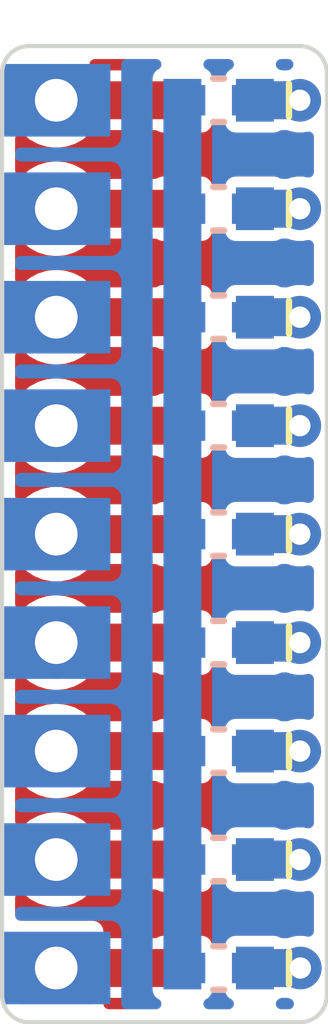
<source format=kicad_pcb>
(kicad_pcb (version 20171130) (host pcbnew "(5.1.0)-1")

  (general
    (thickness 1.6)
    (drawings 8)
    (tracks 44)
    (zones 0)
    (modules 19)
    (nets 20)
  )

  (page A4)
  (layers
    (0 F.Cu signal)
    (31 B.Cu signal)
    (32 B.Adhes user)
    (33 F.Adhes user)
    (34 B.Paste user)
    (35 F.Paste user)
    (36 B.SilkS user)
    (37 F.SilkS user)
    (38 B.Mask user)
    (39 F.Mask user hide)
    (40 Dwgs.User user)
    (41 Cmts.User user)
    (42 Eco1.User user)
    (43 Eco2.User user)
    (44 Edge.Cuts user)
    (45 Margin user)
    (46 B.CrtYd user)
    (47 F.CrtYd user)
    (48 B.Fab user)
    (49 F.Fab user)
  )

  (setup
    (last_trace_width 0.889)
    (trace_clearance 0.2)
    (zone_clearance 0.254)
    (zone_45_only no)
    (trace_min 0.2)
    (via_size 1)
    (via_drill 0.5)
    (via_min_size 0.4)
    (via_min_drill 0.3)
    (uvia_size 0.3)
    (uvia_drill 0.1)
    (uvias_allowed no)
    (uvia_min_size 0.2)
    (uvia_min_drill 0.1)
    (edge_width 0.1)
    (segment_width 0.2)
    (pcb_text_width 0.3)
    (pcb_text_size 1.5 1.5)
    (mod_edge_width 0.15)
    (mod_text_size 1 1)
    (mod_text_width 0.15)
    (pad_size 1.524 1.524)
    (pad_drill 0.762)
    (pad_to_mask_clearance 0.2)
    (aux_axis_origin 0 0)
    (visible_elements 7FFFFFFF)
    (pcbplotparams
      (layerselection 0x010fc_ffffffff)
      (usegerberextensions false)
      (usegerberattributes false)
      (usegerberadvancedattributes false)
      (creategerberjobfile false)
      (excludeedgelayer true)
      (linewidth 0.100000)
      (plotframeref false)
      (viasonmask false)
      (mode 1)
      (useauxorigin false)
      (hpglpennumber 1)
      (hpglpenspeed 20)
      (hpglpendiameter 15.000000)
      (psnegative false)
      (psa4output false)
      (plotreference true)
      (plotvalue true)
      (plotinvisibletext false)
      (padsonsilk false)
      (subtractmaskfromsilk false)
      (outputformat 1)
      (mirror false)
      (drillshape 1)
      (scaleselection 1)
      (outputdirectory ""))
  )

  (net 0 "")
  (net 1 "Net-(R1-Pad1)")
  (net 2 "Net-(D7-Pad1)")
  (net 3 "Net-(D6-Pad1)")
  (net 4 "Net-(D5-Pad1)")
  (net 5 "Net-(D4-Pad1)")
  (net 6 "Net-(D3-Pad1)")
  (net 7 "Net-(D2-Pad1)")
  (net 8 "Net-(D1-Pad1)")
  (net 9 "Net-(D9-Pad1)")
  (net 10 "Net-(D8-Pad1)")
  (net 11 "Net-(D1-Pad2)")
  (net 12 "Net-(D2-Pad2)")
  (net 13 "Net-(D3-Pad2)")
  (net 14 "Net-(D4-Pad2)")
  (net 15 "Net-(D5-Pad2)")
  (net 16 "Net-(D6-Pad2)")
  (net 17 "Net-(D7-Pad2)")
  (net 18 "Net-(D8-Pad2)")
  (net 19 "Net-(D9-Pad2)")

  (net_class Default "This is the default net class."
    (clearance 0.2)
    (trace_width 0.889)
    (via_dia 1)
    (via_drill 0.5)
    (uvia_dia 0.3)
    (uvia_drill 0.1)
    (add_net "Net-(D1-Pad1)")
    (add_net "Net-(D1-Pad2)")
    (add_net "Net-(D2-Pad1)")
    (add_net "Net-(D2-Pad2)")
    (add_net "Net-(D3-Pad1)")
    (add_net "Net-(D3-Pad2)")
    (add_net "Net-(D4-Pad1)")
    (add_net "Net-(D4-Pad2)")
    (add_net "Net-(D5-Pad1)")
    (add_net "Net-(D5-Pad2)")
    (add_net "Net-(D6-Pad1)")
    (add_net "Net-(D6-Pad2)")
    (add_net "Net-(D7-Pad1)")
    (add_net "Net-(D7-Pad2)")
    (add_net "Net-(D8-Pad1)")
    (add_net "Net-(D8-Pad2)")
    (add_net "Net-(D9-Pad1)")
    (add_net "Net-(D9-Pad2)")
    (add_net "Net-(R1-Pad1)")
  )

  (module libs:LED_0603_0402_combo (layer F.Cu) (tedit 5B81134D) (tstamp 5B814DE4)
    (at 130.81 64.77 180)
    (descr "LED SMD 0603")
    (tags "led 0603")
    (path /5B81097A)
    (attr smd)
    (fp_text reference D2 (at 0 -1.45 180) (layer F.SilkS) hide
      (effects (font (size 1 1) (thickness 0.15)))
    )
    (fp_text value D (at 0 1.5 180) (layer F.Fab)
      (effects (font (size 1 1) (thickness 0.15)))
    )
    (fp_line (start 1.524 0.7) (end -1.824 0.7) (layer F.CrtYd) (width 0.05))
    (fp_line (start 1.524 0.7) (end 1.524 -0.7) (layer F.CrtYd) (width 0.05))
    (fp_line (start -1.824 -0.7) (end -1.824 0.7) (layer F.CrtYd) (width 0.05))
    (fp_line (start -1.824 -0.7) (end 1.524 -0.7) (layer F.CrtYd) (width 0.05))
    (fp_text user %R (at 0 -1.45 180) (layer F.Fab) hide
      (effects (font (size 1 1) (thickness 0.15)))
    )
    (fp_line (start -0.127 -0.508) (end 0.127 -0.508) (layer F.SilkS) (width 0.15))
    (fp_line (start -0.127 0.508) (end 0.127 0.508) (layer F.SilkS) (width 0.15))
    (fp_line (start -1.651 -0.381) (end -1.651 0.381) (layer F.SilkS) (width 0.15))
    (pad 2 smd rect (at 0.567 0 180) (size 0.508 0.711) (layers F.Cu F.Paste F.Mask)
      (net 12 "Net-(D2-Pad2)"))
    (pad 1 smd rect (at -0.567 0 180) (size 0.508 0.711) (layers F.Cu F.Paste F.Mask)
      (net 7 "Net-(D2-Pad1)"))
    (pad 2 smd rect (at 0.85 0 180) (size 0.889 1) (layers F.Cu F.Paste F.Mask)
      (net 12 "Net-(D2-Pad2)"))
    (pad 1 smd rect (at -0.85 0 180) (size 0.889 1) (layers F.Cu F.Paste F.Mask)
      (net 7 "Net-(D2-Pad1)"))
    (model ${KISYS3DMOD}/LED_SMD.3dshapes/LED_0603_1608Metric_Castellated.wrl
      (at (xyz 0 0 0))
      (scale (xyz 1 1 1))
      (rotate (xyz 0 0 0))
    )
  )

  (module libs:LED_0603_0402_combo (layer F.Cu) (tedit 5B811344) (tstamp 5B814DD4)
    (at 130.81 62.23 180)
    (descr "LED SMD 0603")
    (tags "led 0603")
    (path /5B81095E)
    (attr smd)
    (fp_text reference D3 (at 0 -1.45 180) (layer F.SilkS) hide
      (effects (font (size 1 1) (thickness 0.15)))
    )
    (fp_text value D (at 0 1.5 180) (layer F.Fab)
      (effects (font (size 1 1) (thickness 0.15)))
    )
    (fp_line (start 1.524 0.7) (end -1.824 0.7) (layer F.CrtYd) (width 0.05))
    (fp_line (start 1.524 0.7) (end 1.524 -0.7) (layer F.CrtYd) (width 0.05))
    (fp_line (start -1.824 -0.7) (end -1.824 0.7) (layer F.CrtYd) (width 0.05))
    (fp_line (start -1.824 -0.7) (end 1.524 -0.7) (layer F.CrtYd) (width 0.05))
    (fp_text user %R (at 0 -1.45 180) (layer F.Fab) hide
      (effects (font (size 1 1) (thickness 0.15)))
    )
    (fp_line (start -0.127 -0.508) (end 0.127 -0.508) (layer F.SilkS) (width 0.15))
    (fp_line (start -0.127 0.508) (end 0.127 0.508) (layer F.SilkS) (width 0.15))
    (fp_line (start -1.651 -0.381) (end -1.651 0.381) (layer F.SilkS) (width 0.15))
    (pad 2 smd rect (at 0.567 0 180) (size 0.508 0.711) (layers F.Cu F.Paste F.Mask)
      (net 13 "Net-(D3-Pad2)"))
    (pad 1 smd rect (at -0.567 0 180) (size 0.508 0.711) (layers F.Cu F.Paste F.Mask)
      (net 6 "Net-(D3-Pad1)"))
    (pad 2 smd rect (at 0.85 0 180) (size 0.889 1) (layers F.Cu F.Paste F.Mask)
      (net 13 "Net-(D3-Pad2)"))
    (pad 1 smd rect (at -0.85 0 180) (size 0.889 1) (layers F.Cu F.Paste F.Mask)
      (net 6 "Net-(D3-Pad1)"))
    (model ${KISYS3DMOD}/LED_SMD.3dshapes/LED_0603_1608Metric_Castellated.wrl
      (at (xyz 0 0 0))
      (scale (xyz 1 1 1))
      (rotate (xyz 0 0 0))
    )
  )

  (module libs:LED_0603_0402_combo (layer F.Cu) (tedit 5B81133F) (tstamp 5B81503D)
    (at 130.81 59.69 180)
    (descr "LED SMD 0603")
    (tags "led 0603")
    (path /5B81098D)
    (attr smd)
    (fp_text reference D4 (at 0 -1.45 180) (layer F.SilkS) hide
      (effects (font (size 1 1) (thickness 0.15)))
    )
    (fp_text value D (at 0 1.5 180) (layer F.Fab)
      (effects (font (size 1 1) (thickness 0.15)))
    )
    (fp_line (start 1.524 0.7) (end -1.824 0.7) (layer F.CrtYd) (width 0.05))
    (fp_line (start 1.524 0.7) (end 1.524 -0.7) (layer F.CrtYd) (width 0.05))
    (fp_line (start -1.824 -0.7) (end -1.824 0.7) (layer F.CrtYd) (width 0.05))
    (fp_line (start -1.824 -0.7) (end 1.524 -0.7) (layer F.CrtYd) (width 0.05))
    (fp_text user %R (at 0 -1.45 180) (layer F.Fab) hide
      (effects (font (size 1 1) (thickness 0.15)))
    )
    (fp_line (start -0.127 -0.508) (end 0.127 -0.508) (layer F.SilkS) (width 0.15))
    (fp_line (start -0.127 0.508) (end 0.127 0.508) (layer F.SilkS) (width 0.15))
    (fp_line (start -1.651 -0.381) (end -1.651 0.381) (layer F.SilkS) (width 0.15))
    (pad 2 smd rect (at 0.567 0 180) (size 0.508 0.711) (layers F.Cu F.Paste F.Mask)
      (net 14 "Net-(D4-Pad2)"))
    (pad 1 smd rect (at -0.567 0 180) (size 0.508 0.711) (layers F.Cu F.Paste F.Mask)
      (net 5 "Net-(D4-Pad1)"))
    (pad 2 smd rect (at 0.85 0 180) (size 0.889 1) (layers F.Cu F.Paste F.Mask)
      (net 14 "Net-(D4-Pad2)"))
    (pad 1 smd rect (at -0.85 0 180) (size 0.889 1) (layers F.Cu F.Paste F.Mask)
      (net 5 "Net-(D4-Pad1)"))
    (model ${KISYS3DMOD}/LED_SMD.3dshapes/LED_0603_1608Metric_Castellated.wrl
      (at (xyz 0 0 0))
      (scale (xyz 1 1 1))
      (rotate (xyz 0 0 0))
    )
  )

  (module libs:LED_0603_0402_combo (layer F.Cu) (tedit 5B811338) (tstamp 5B814DB4)
    (at 130.81 57.15 180)
    (descr "LED SMD 0603")
    (tags "led 0603")
    (path /5B810AA8)
    (attr smd)
    (fp_text reference D5 (at 0 -1.45 180) (layer F.SilkS) hide
      (effects (font (size 1 1) (thickness 0.15)))
    )
    (fp_text value D (at 0 1.5 180) (layer F.Fab)
      (effects (font (size 1 1) (thickness 0.15)))
    )
    (fp_line (start 1.524 0.7) (end -1.824 0.7) (layer F.CrtYd) (width 0.05))
    (fp_line (start 1.524 0.7) (end 1.524 -0.7) (layer F.CrtYd) (width 0.05))
    (fp_line (start -1.824 -0.7) (end -1.824 0.7) (layer F.CrtYd) (width 0.05))
    (fp_line (start -1.824 -0.7) (end 1.524 -0.7) (layer F.CrtYd) (width 0.05))
    (fp_text user %R (at 0 -1.45 180) (layer F.Fab) hide
      (effects (font (size 1 1) (thickness 0.15)))
    )
    (fp_line (start -0.127 -0.508) (end 0.127 -0.508) (layer F.SilkS) (width 0.15))
    (fp_line (start -0.127 0.508) (end 0.127 0.508) (layer F.SilkS) (width 0.15))
    (fp_line (start -1.651 -0.381) (end -1.651 0.381) (layer F.SilkS) (width 0.15))
    (pad 2 smd rect (at 0.567 0 180) (size 0.508 0.711) (layers F.Cu F.Paste F.Mask)
      (net 15 "Net-(D5-Pad2)"))
    (pad 1 smd rect (at -0.567 0 180) (size 0.508 0.711) (layers F.Cu F.Paste F.Mask)
      (net 4 "Net-(D5-Pad1)"))
    (pad 2 smd rect (at 0.85 0 180) (size 0.889 1) (layers F.Cu F.Paste F.Mask)
      (net 15 "Net-(D5-Pad2)"))
    (pad 1 smd rect (at -0.85 0 180) (size 0.889 1) (layers F.Cu F.Paste F.Mask)
      (net 4 "Net-(D5-Pad1)"))
    (model ${KISYS3DMOD}/LED_SMD.3dshapes/LED_0603_1608Metric_Castellated.wrl
      (at (xyz 0 0 0))
      (scale (xyz 1 1 1))
      (rotate (xyz 0 0 0))
    )
  )

  (module libs:LED_0603_0402_combo (layer F.Cu) (tedit 5B811333) (tstamp 5B814DA4)
    (at 130.81 54.61 180)
    (descr "LED SMD 0603")
    (tags "led 0603")
    (path /5B810AAE)
    (attr smd)
    (fp_text reference D6 (at 0 -1.45 180) (layer F.SilkS) hide
      (effects (font (size 1 1) (thickness 0.15)))
    )
    (fp_text value D (at 0 1.5 180) (layer F.Fab)
      (effects (font (size 1 1) (thickness 0.15)))
    )
    (fp_line (start 1.524 0.7) (end -1.824 0.7) (layer F.CrtYd) (width 0.05))
    (fp_line (start 1.524 0.7) (end 1.524 -0.7) (layer F.CrtYd) (width 0.05))
    (fp_line (start -1.824 -0.7) (end -1.824 0.7) (layer F.CrtYd) (width 0.05))
    (fp_line (start -1.824 -0.7) (end 1.524 -0.7) (layer F.CrtYd) (width 0.05))
    (fp_text user %R (at 0 -1.45 180) (layer F.Fab) hide
      (effects (font (size 1 1) (thickness 0.15)))
    )
    (fp_line (start -0.127 -0.508) (end 0.127 -0.508) (layer F.SilkS) (width 0.15))
    (fp_line (start -0.127 0.508) (end 0.127 0.508) (layer F.SilkS) (width 0.15))
    (fp_line (start -1.651 -0.381) (end -1.651 0.381) (layer F.SilkS) (width 0.15))
    (pad 2 smd rect (at 0.567 0 180) (size 0.508 0.711) (layers F.Cu F.Paste F.Mask)
      (net 16 "Net-(D6-Pad2)"))
    (pad 1 smd rect (at -0.567 0 180) (size 0.508 0.711) (layers F.Cu F.Paste F.Mask)
      (net 3 "Net-(D6-Pad1)"))
    (pad 2 smd rect (at 0.85 0 180) (size 0.889 1) (layers F.Cu F.Paste F.Mask)
      (net 16 "Net-(D6-Pad2)"))
    (pad 1 smd rect (at -0.85 0 180) (size 0.889 1) (layers F.Cu F.Paste F.Mask)
      (net 3 "Net-(D6-Pad1)"))
    (model ${KISYS3DMOD}/LED_SMD.3dshapes/LED_0603_1608Metric_Castellated.wrl
      (at (xyz 0 0 0))
      (scale (xyz 1 1 1))
      (rotate (xyz 0 0 0))
    )
  )

  (module libs:LED_0603_0402_combo (layer F.Cu) (tedit 5B811325) (tstamp 5B814D94)
    (at 130.81 52.07 180)
    (descr "LED SMD 0603")
    (tags "led 0603")
    (path /5B810ABA)
    (attr smd)
    (fp_text reference D7 (at 0 -1.45 180) (layer F.SilkS) hide
      (effects (font (size 1 1) (thickness 0.15)))
    )
    (fp_text value D (at 0 1.5 180) (layer F.Fab)
      (effects (font (size 1 1) (thickness 0.15)))
    )
    (fp_line (start 1.524 0.7) (end -1.824 0.7) (layer F.CrtYd) (width 0.05))
    (fp_line (start 1.524 0.7) (end 1.524 -0.7) (layer F.CrtYd) (width 0.05))
    (fp_line (start -1.824 -0.7) (end -1.824 0.7) (layer F.CrtYd) (width 0.05))
    (fp_line (start -1.824 -0.7) (end 1.524 -0.7) (layer F.CrtYd) (width 0.05))
    (fp_text user %R (at 0 -1.45 180) (layer F.Fab) hide
      (effects (font (size 1 1) (thickness 0.15)))
    )
    (fp_line (start -0.127 -0.508) (end 0.127 -0.508) (layer F.SilkS) (width 0.15))
    (fp_line (start -0.127 0.508) (end 0.127 0.508) (layer F.SilkS) (width 0.15))
    (fp_line (start -1.651 -0.381) (end -1.651 0.381) (layer F.SilkS) (width 0.15))
    (pad 2 smd rect (at 0.567 0 180) (size 0.508 0.711) (layers F.Cu F.Paste F.Mask)
      (net 17 "Net-(D7-Pad2)"))
    (pad 1 smd rect (at -0.567 0 180) (size 0.508 0.711) (layers F.Cu F.Paste F.Mask)
      (net 2 "Net-(D7-Pad1)"))
    (pad 2 smd rect (at 0.85 0 180) (size 0.889 1) (layers F.Cu F.Paste F.Mask)
      (net 17 "Net-(D7-Pad2)"))
    (pad 1 smd rect (at -0.85 0 180) (size 0.889 1) (layers F.Cu F.Paste F.Mask)
      (net 2 "Net-(D7-Pad1)"))
    (model ${KISYS3DMOD}/LED_SMD.3dshapes/LED_0603_1608Metric_Castellated.wrl
      (at (xyz 0 0 0))
      (scale (xyz 1 1 1))
      (rotate (xyz 0 0 0))
    )
  )

  (module libs:LED_0603_0402_combo (layer F.Cu) (tedit 5B811304) (tstamp 5B814D84)
    (at 130.81 49.53 180)
    (descr "LED SMD 0603")
    (tags "led 0603")
    (path /5B810AC6)
    (attr smd)
    (fp_text reference D8 (at 0 -1.45 180) (layer F.SilkS) hide
      (effects (font (size 1 1) (thickness 0.15)))
    )
    (fp_text value D (at 0 1.5 180) (layer F.Fab)
      (effects (font (size 1 1) (thickness 0.15)))
    )
    (fp_line (start 1.524 0.7) (end -1.824 0.7) (layer F.CrtYd) (width 0.05))
    (fp_line (start 1.524 0.7) (end 1.524 -0.7) (layer F.CrtYd) (width 0.05))
    (fp_line (start -1.824 -0.7) (end -1.824 0.7) (layer F.CrtYd) (width 0.05))
    (fp_line (start -1.824 -0.7) (end 1.524 -0.7) (layer F.CrtYd) (width 0.05))
    (fp_text user %R (at 0 -1.45 180) (layer F.Fab) hide
      (effects (font (size 1 1) (thickness 0.15)))
    )
    (fp_line (start -0.127 -0.508) (end 0.127 -0.508) (layer F.SilkS) (width 0.15))
    (fp_line (start -0.127 0.508) (end 0.127 0.508) (layer F.SilkS) (width 0.15))
    (fp_line (start -1.651 -0.381) (end -1.651 0.381) (layer F.SilkS) (width 0.15))
    (pad 2 smd rect (at 0.567 0 180) (size 0.508 0.711) (layers F.Cu F.Paste F.Mask)
      (net 18 "Net-(D8-Pad2)"))
    (pad 1 smd rect (at -0.567 0 180) (size 0.508 0.711) (layers F.Cu F.Paste F.Mask)
      (net 10 "Net-(D8-Pad1)"))
    (pad 2 smd rect (at 0.85 0 180) (size 0.889 1) (layers F.Cu F.Paste F.Mask)
      (net 18 "Net-(D8-Pad2)"))
    (pad 1 smd rect (at -0.85 0 180) (size 0.889 1) (layers F.Cu F.Paste F.Mask)
      (net 10 "Net-(D8-Pad1)"))
    (model ${KISYS3DMOD}/LED_SMD.3dshapes/LED_0603_1608Metric_Castellated.wrl
      (at (xyz 0 0 0))
      (scale (xyz 1 1 1))
      (rotate (xyz 0 0 0))
    )
  )

  (module libs:LED_0603_0402_combo (layer F.Cu) (tedit 5B811307) (tstamp 5B814D74)
    (at 130.81 46.99 180)
    (descr "LED SMD 0603")
    (tags "led 0603")
    (path /5B810C3A)
    (attr smd)
    (fp_text reference D9 (at 0 -1.45 180) (layer F.SilkS) hide
      (effects (font (size 1 1) (thickness 0.15)))
    )
    (fp_text value D (at 0 1.5 180) (layer F.Fab)
      (effects (font (size 1 1) (thickness 0.15)))
    )
    (fp_line (start 1.524 0.7) (end -1.824 0.7) (layer F.CrtYd) (width 0.05))
    (fp_line (start 1.524 0.7) (end 1.524 -0.7) (layer F.CrtYd) (width 0.05))
    (fp_line (start -1.824 -0.7) (end -1.824 0.7) (layer F.CrtYd) (width 0.05))
    (fp_line (start -1.824 -0.7) (end 1.524 -0.7) (layer F.CrtYd) (width 0.05))
    (fp_text user %R (at 0 -1.45 180) (layer F.Fab) hide
      (effects (font (size 1 1) (thickness 0.15)))
    )
    (fp_line (start -0.127 -0.508) (end 0.127 -0.508) (layer F.SilkS) (width 0.15))
    (fp_line (start -0.127 0.508) (end 0.127 0.508) (layer F.SilkS) (width 0.15))
    (fp_line (start -1.651 -0.381) (end -1.651 0.381) (layer F.SilkS) (width 0.15))
    (pad 2 smd rect (at 0.567 0 180) (size 0.508 0.711) (layers F.Cu F.Paste F.Mask)
      (net 19 "Net-(D9-Pad2)"))
    (pad 1 smd rect (at -0.567 0 180) (size 0.508 0.711) (layers F.Cu F.Paste F.Mask)
      (net 9 "Net-(D9-Pad1)"))
    (pad 2 smd rect (at 0.85 0 180) (size 0.889 1) (layers F.Cu F.Paste F.Mask)
      (net 19 "Net-(D9-Pad2)"))
    (pad 1 smd rect (at -0.85 0 180) (size 0.889 1) (layers F.Cu F.Paste F.Mask)
      (net 9 "Net-(D9-Pad1)"))
    (model ${KISYS3DMOD}/LED_SMD.3dshapes/LED_0603_1608Metric_Castellated.wrl
      (at (xyz 0 0 0))
      (scale (xyz 1 1 1))
      (rotate (xyz 0 0 0))
    )
  )

  (module libs:LED_0603_0402_combo (layer F.Cu) (tedit 5B811350) (tstamp 5B814D64)
    (at 130.81 67.31 180)
    (descr "LED SMD 0603")
    (tags "led 0603")
    (path /5B810850)
    (attr smd)
    (fp_text reference D1 (at 0 -1.45 180) (layer F.SilkS) hide
      (effects (font (size 1 1) (thickness 0.15)))
    )
    (fp_text value D (at 0 1.5 180) (layer F.Fab)
      (effects (font (size 1 1) (thickness 0.15)))
    )
    (fp_line (start 1.524 0.7) (end -1.824 0.7) (layer F.CrtYd) (width 0.05))
    (fp_line (start 1.524 0.7) (end 1.524 -0.7) (layer F.CrtYd) (width 0.05))
    (fp_line (start -1.824 -0.7) (end -1.824 0.7) (layer F.CrtYd) (width 0.05))
    (fp_line (start -1.824 -0.7) (end 1.524 -0.7) (layer F.CrtYd) (width 0.05))
    (fp_text user %R (at 0 -1.45 180) (layer F.Fab) hide
      (effects (font (size 1 1) (thickness 0.15)))
    )
    (fp_line (start -0.127 -0.508) (end 0.127 -0.508) (layer F.SilkS) (width 0.15))
    (fp_line (start -0.127 0.508) (end 0.127 0.508) (layer F.SilkS) (width 0.15))
    (fp_line (start -1.651 -0.381) (end -1.651 0.381) (layer F.SilkS) (width 0.15))
    (pad 2 smd rect (at 0.567 0 180) (size 0.508 0.711) (layers F.Cu F.Paste F.Mask)
      (net 11 "Net-(D1-Pad2)"))
    (pad 1 smd rect (at -0.567 0 180) (size 0.508 0.711) (layers F.Cu F.Paste F.Mask)
      (net 8 "Net-(D1-Pad1)"))
    (pad 2 smd rect (at 0.85 0 180) (size 0.889 1) (layers F.Cu F.Paste F.Mask)
      (net 11 "Net-(D1-Pad2)"))
    (pad 1 smd rect (at -0.85 0 180) (size 0.889 1) (layers F.Cu F.Paste F.Mask)
      (net 8 "Net-(D1-Pad1)"))
    (model ${KISYS3DMOD}/Inductor_SMD.3dshapes/L_0603_1608Metric.wrl
      (at (xyz 0 0 0))
      (scale (xyz 1 1 1))
      (rotate (xyz 0 0 0))
    )
  )

  (module libs:Pin_Header_Inline_1x09_Pitch2.54mm (layer B.Cu) (tedit 5B810DC2) (tstamp 5B814D54)
    (at 127 60.96)
    (descr "Through hole angled pin header, 1x04, 2.54mm pitch, 6mm pin length, single row")
    (tags "Through hole angled pin header THT 1x04 2.54mm single row")
    (path /5B8106F1)
    (fp_text reference J1 (at 0 8.62) (layer B.SilkS) hide
      (effects (font (size 1 1) (thickness 0.15)) (justify mirror))
    )
    (fp_text value Conn_01x09 (at 0 -16.24) (layer B.Fab) hide
      (effects (font (size 1 1) (thickness 0.15)) (justify mirror))
    )
    (fp_line (start -0.32 -13.65) (end -0.32 -14.29) (layer B.Fab) (width 0.1))
    (fp_line (start -0.32 -8.57) (end -0.32 -9.21) (layer B.Fab) (width 0.1))
    (fp_line (start -0.32 -6.03) (end -0.32 -6.67) (layer B.Fab) (width 0.1))
    (fp_line (start -0.32 -3.49) (end -0.32 -4.13) (layer B.Fab) (width 0.1))
    (fp_line (start -0.32 -11.11) (end -0.32 -11.75) (layer B.Fab) (width 0.1))
    (fp_line (start -0.32 -0.95) (end -0.32 -1.59) (layer B.Fab) (width 0.1))
    (fp_line (start -0.32 1.59) (end -0.32 0.95) (layer B.Fab) (width 0.1))
    (fp_line (start -0.32 4.13) (end -0.32 3.49) (layer B.Fab) (width 0.1))
    (fp_line (start -0.32 6.67) (end -0.32 6.03) (layer B.Fab) (width 0.1))
    (pad 9 thru_hole oval (at 0 -13.97) (size 1.7 1.7) (drill 1) (layers *.Cu *.Mask)
      (net 19 "Net-(D9-Pad2)"))
    (pad 9 smd rect (at 0 -13.97) (size 2.54 1.7) (layers B.Cu B.Paste B.Mask)
      (net 19 "Net-(D9-Pad2)"))
    (pad 5 smd rect (at 0 -3.81) (size 2.54 1.7) (layers B.Cu B.Paste B.Mask)
      (net 15 "Net-(D5-Pad2)"))
    (pad 7 smd rect (at 0 -8.89) (size 2.54 1.7) (layers B.Cu B.Paste B.Mask)
      (net 17 "Net-(D7-Pad2)"))
    (pad 6 thru_hole oval (at 0 -6.35) (size 1.7 1.7) (drill 1) (layers *.Cu *.Mask)
      (net 16 "Net-(D6-Pad2)"))
    (pad 8 smd rect (at 0 -11.43) (size 2.54 1.7) (layers B.Cu B.Paste B.Mask)
      (net 18 "Net-(D8-Pad2)"))
    (pad 8 thru_hole oval (at 0 -11.43) (size 1.7 1.7) (drill 1) (layers *.Cu *.Mask)
      (net 18 "Net-(D8-Pad2)"))
    (pad 7 thru_hole oval (at 0 -8.89) (size 1.7 1.7) (drill 1) (layers *.Cu *.Mask)
      (net 17 "Net-(D7-Pad2)"))
    (pad 6 smd rect (at 0 -6.35) (size 2.54 1.7) (layers B.Cu B.Paste B.Mask)
      (net 16 "Net-(D6-Pad2)"))
    (pad 5 thru_hole circle (at 0 -3.81) (size 1.7 1.7) (drill 1) (layers *.Cu *.Mask)
      (net 15 "Net-(D5-Pad2)"))
    (pad 4 smd rect (at 0 -1.27) (size 2.54 1.7) (layers B.Cu B.Paste B.Mask)
      (net 14 "Net-(D4-Pad2)"))
    (pad 3 smd rect (at 0 1.27) (size 2.54 1.7) (layers B.Cu B.Paste B.Mask)
      (net 13 "Net-(D3-Pad2)"))
    (pad 2 smd rect (at 0 3.81) (size 2.54 1.7) (layers B.Cu B.Paste B.Mask)
      (net 12 "Net-(D2-Pad2)"))
    (pad 1 smd rect (at 0 6.35) (size 2.54 1.7) (layers B.Cu B.Paste B.Mask)
      (net 11 "Net-(D1-Pad2)"))
    (pad 4 thru_hole oval (at 0 -1.27) (size 1.7 1.7) (drill 1) (layers *.Cu *.Mask)
      (net 14 "Net-(D4-Pad2)"))
    (pad 3 thru_hole oval (at 0 1.27) (size 1.7 1.7) (drill 1) (layers *.Cu *.Mask)
      (net 13 "Net-(D3-Pad2)"))
    (pad 2 thru_hole oval (at 0 3.81) (size 1.7 1.7) (drill 1) (layers *.Cu *.Mask)
      (net 12 "Net-(D2-Pad2)"))
    (pad 1 thru_hole rect (at 0 6.35) (size 1.7 1.7) (drill 1) (layers *.Cu *.Mask)
      (net 11 "Net-(D1-Pad2)"))
    (model ${KISYS3DMOD}/Connector_PinHeader_2.54mm.3dshapes/PinHeader_1x09_P2.54mm_Vertical.wrl
      (offset (xyz -1.5 6.35 0.3))
      (scale (xyz 1 1 1))
      (rotate (xyz 0 90 0))
    )
  )

  (module libs:R_0603_0402_combo (layer B.Cu) (tedit 5B81132C) (tstamp 5B814D35)
    (at 130.81 49.53)
    (descr "Resistor SMD 0603, from DipTrace + hand soldering - DC")
    (tags "resistor 0603")
    (path /5B810AC0)
    (attr smd)
    (fp_text reference R8 (at 0 1.45) (layer B.SilkS) hide
      (effects (font (size 1 1) (thickness 0.15)) (justify mirror))
    )
    (fp_text value R (at 0 -1.5) (layer B.Fab)
      (effects (font (size 1 1) (thickness 0.15)) (justify mirror))
    )
    (fp_line (start 1.524 -0.7) (end -1.524 -0.7) (layer B.CrtYd) (width 0.05))
    (fp_line (start 1.524 -0.7) (end 1.524 0.7) (layer B.CrtYd) (width 0.05))
    (fp_line (start -1.524 0.7) (end -1.524 -0.7) (layer B.CrtYd) (width 0.05))
    (fp_line (start -1.524 0.7) (end 1.524 0.7) (layer B.CrtYd) (width 0.05))
    (fp_text user %R (at 0 1.45) (layer B.Fab) hide
      (effects (font (size 1 1) (thickness 0.15)) (justify mirror))
    )
    (fp_line (start -0.127 0.508) (end 0.127 0.508) (layer B.SilkS) (width 0.15))
    (fp_line (start -0.127 -0.508) (end 0.127 -0.508) (layer B.SilkS) (width 0.15))
    (pad 2 smd rect (at 0.567 0) (size 0.508 0.711) (layers B.Cu B.Paste B.Mask)
      (net 10 "Net-(D8-Pad1)"))
    (pad 1 smd rect (at -0.567 0) (size 0.508 0.711) (layers B.Cu B.Paste B.Mask)
      (net 1 "Net-(R1-Pad1)"))
    (pad 2 smd rect (at 0.85 0) (size 0.889 1) (layers B.Cu B.Paste B.Mask)
      (net 10 "Net-(D8-Pad1)"))
    (pad 1 smd rect (at -0.85 0) (size 0.889 1) (layers B.Cu B.Paste B.Mask)
      (net 1 "Net-(R1-Pad1)"))
    (model ${KISYS3DMOD}/Resistor_SMD.3dshapes/R_0603_1608Metric.wrl
      (at (xyz 0 0 0))
      (scale (xyz 1 1 1))
      (rotate (xyz 0 0 0))
    )
  )

  (module libs:R_0603_0402_combo (layer B.Cu) (tedit 5B811330) (tstamp 5B814D26)
    (at 130.81 46.99)
    (descr "Resistor SMD 0603, from DipTrace + hand soldering - DC")
    (tags "resistor 0603")
    (path /5B810C34)
    (attr smd)
    (fp_text reference R9 (at 0 1.45) (layer B.SilkS) hide
      (effects (font (size 1 1) (thickness 0.15)) (justify mirror))
    )
    (fp_text value R (at 0 -1.5) (layer B.Fab)
      (effects (font (size 1 1) (thickness 0.15)) (justify mirror))
    )
    (fp_line (start 1.524 -0.7) (end -1.524 -0.7) (layer B.CrtYd) (width 0.05))
    (fp_line (start 1.524 -0.7) (end 1.524 0.7) (layer B.CrtYd) (width 0.05))
    (fp_line (start -1.524 0.7) (end -1.524 -0.7) (layer B.CrtYd) (width 0.05))
    (fp_line (start -1.524 0.7) (end 1.524 0.7) (layer B.CrtYd) (width 0.05))
    (fp_text user %R (at 0 1.45) (layer B.Fab) hide
      (effects (font (size 1 1) (thickness 0.15)) (justify mirror))
    )
    (fp_line (start -0.127 0.508) (end 0.127 0.508) (layer B.SilkS) (width 0.15))
    (fp_line (start -0.127 -0.508) (end 0.127 -0.508) (layer B.SilkS) (width 0.15))
    (pad 2 smd rect (at 0.567 0) (size 0.508 0.711) (layers B.Cu B.Paste B.Mask)
      (net 9 "Net-(D9-Pad1)"))
    (pad 1 smd rect (at -0.567 0) (size 0.508 0.711) (layers B.Cu B.Paste B.Mask)
      (net 1 "Net-(R1-Pad1)"))
    (pad 2 smd rect (at 0.85 0) (size 0.889 1) (layers B.Cu B.Paste B.Mask)
      (net 9 "Net-(D9-Pad1)"))
    (pad 1 smd rect (at -0.85 0) (size 0.889 1) (layers B.Cu B.Paste B.Mask)
      (net 1 "Net-(R1-Pad1)"))
    (model ${KISYS3DMOD}/Resistor_SMD.3dshapes/R_0603_1608Metric.wrl
      (at (xyz 0 0 0))
      (scale (xyz 1 1 1))
      (rotate (xyz 0 0 0))
    )
  )

  (module libs:R_0603_0402_combo (layer B.Cu) (tedit 5B811353) (tstamp 5B814D17)
    (at 130.81 67.31)
    (descr "Resistor SMD 0603, from DipTrace + hand soldering - DC")
    (tags "resistor 0603")
    (path /5B8107B7)
    (attr smd)
    (fp_text reference R1 (at 0 1.45) (layer B.SilkS) hide
      (effects (font (size 1 1) (thickness 0.15)) (justify mirror))
    )
    (fp_text value R (at 0 -1.5) (layer B.Fab)
      (effects (font (size 1 1) (thickness 0.15)) (justify mirror))
    )
    (fp_line (start 1.524 -0.7) (end -1.524 -0.7) (layer B.CrtYd) (width 0.05))
    (fp_line (start 1.524 -0.7) (end 1.524 0.7) (layer B.CrtYd) (width 0.05))
    (fp_line (start -1.524 0.7) (end -1.524 -0.7) (layer B.CrtYd) (width 0.05))
    (fp_line (start -1.524 0.7) (end 1.524 0.7) (layer B.CrtYd) (width 0.05))
    (fp_text user %R (at 0 1.45) (layer B.Fab) hide
      (effects (font (size 1 1) (thickness 0.15)) (justify mirror))
    )
    (fp_line (start -0.127 0.508) (end 0.127 0.508) (layer B.SilkS) (width 0.15))
    (fp_line (start -0.127 -0.508) (end 0.127 -0.508) (layer B.SilkS) (width 0.15))
    (pad 2 smd rect (at 0.567 0) (size 0.508 0.711) (layers B.Cu B.Paste B.Mask)
      (net 8 "Net-(D1-Pad1)"))
    (pad 1 smd rect (at -0.567 0) (size 0.508 0.711) (layers B.Cu B.Paste B.Mask)
      (net 1 "Net-(R1-Pad1)"))
    (pad 2 smd rect (at 0.85 0) (size 0.889 1) (layers B.Cu B.Paste B.Mask)
      (net 8 "Net-(D1-Pad1)"))
    (pad 1 smd rect (at -0.85 0) (size 0.889 1) (layers B.Cu B.Paste B.Mask)
      (net 1 "Net-(R1-Pad1)"))
    (model ${KISYS3DMOD}/Inductor_SMD.3dshapes/L_0603_1608Metric.wrl
      (at (xyz 0 0 0))
      (scale (xyz 1 1 1))
      (rotate (xyz 0 0 0))
    )
  )

  (module libs:R_0603_0402_combo (layer B.Cu) (tedit 5B81134A) (tstamp 5B814D08)
    (at 130.81 64.77)
    (descr "Resistor SMD 0603, from DipTrace + hand soldering - DC")
    (tags "resistor 0603")
    (path /5B810830)
    (attr smd)
    (fp_text reference R2 (at 0 1.45) (layer B.SilkS) hide
      (effects (font (size 1 1) (thickness 0.15)) (justify mirror))
    )
    (fp_text value R (at 0 -1.5) (layer B.Fab)
      (effects (font (size 1 1) (thickness 0.15)) (justify mirror))
    )
    (fp_line (start 1.524 -0.7) (end -1.524 -0.7) (layer B.CrtYd) (width 0.05))
    (fp_line (start 1.524 -0.7) (end 1.524 0.7) (layer B.CrtYd) (width 0.05))
    (fp_line (start -1.524 0.7) (end -1.524 -0.7) (layer B.CrtYd) (width 0.05))
    (fp_line (start -1.524 0.7) (end 1.524 0.7) (layer B.CrtYd) (width 0.05))
    (fp_text user %R (at 0 1.45) (layer B.Fab) hide
      (effects (font (size 1 1) (thickness 0.15)) (justify mirror))
    )
    (fp_line (start -0.127 0.508) (end 0.127 0.508) (layer B.SilkS) (width 0.15))
    (fp_line (start -0.127 -0.508) (end 0.127 -0.508) (layer B.SilkS) (width 0.15))
    (pad 2 smd rect (at 0.567 0) (size 0.508 0.711) (layers B.Cu B.Paste B.Mask)
      (net 7 "Net-(D2-Pad1)"))
    (pad 1 smd rect (at -0.567 0) (size 0.508 0.711) (layers B.Cu B.Paste B.Mask)
      (net 1 "Net-(R1-Pad1)"))
    (pad 2 smd rect (at 0.85 0) (size 0.889 1) (layers B.Cu B.Paste B.Mask)
      (net 7 "Net-(D2-Pad1)"))
    (pad 1 smd rect (at -0.85 0) (size 0.889 1) (layers B.Cu B.Paste B.Mask)
      (net 1 "Net-(R1-Pad1)"))
    (model ${KISYS3DMOD}/Resistor_SMD.3dshapes/R_0603_1608Metric.wrl
      (at (xyz 0 0 0))
      (scale (xyz 1 1 1))
      (rotate (xyz 0 0 0))
    )
  )

  (module libs:R_0603_0402_combo (layer B.Cu) (tedit 5B811346) (tstamp 5B814CF9)
    (at 130.81 62.23)
    (descr "Resistor SMD 0603, from DipTrace + hand soldering - DC")
    (tags "resistor 0603")
    (path /5B810958)
    (attr smd)
    (fp_text reference R3 (at 0 1.45) (layer B.SilkS) hide
      (effects (font (size 1 1) (thickness 0.15)) (justify mirror))
    )
    (fp_text value R (at 0 -1.5) (layer B.Fab)
      (effects (font (size 1 1) (thickness 0.15)) (justify mirror))
    )
    (fp_line (start 1.524 -0.7) (end -1.524 -0.7) (layer B.CrtYd) (width 0.05))
    (fp_line (start 1.524 -0.7) (end 1.524 0.7) (layer B.CrtYd) (width 0.05))
    (fp_line (start -1.524 0.7) (end -1.524 -0.7) (layer B.CrtYd) (width 0.05))
    (fp_line (start -1.524 0.7) (end 1.524 0.7) (layer B.CrtYd) (width 0.05))
    (fp_text user %R (at 0 1.45) (layer B.Fab) hide
      (effects (font (size 1 1) (thickness 0.15)) (justify mirror))
    )
    (fp_line (start -0.127 0.508) (end 0.127 0.508) (layer B.SilkS) (width 0.15))
    (fp_line (start -0.127 -0.508) (end 0.127 -0.508) (layer B.SilkS) (width 0.15))
    (pad 2 smd rect (at 0.567 0) (size 0.508 0.711) (layers B.Cu B.Paste B.Mask)
      (net 6 "Net-(D3-Pad1)"))
    (pad 1 smd rect (at -0.567 0) (size 0.508 0.711) (layers B.Cu B.Paste B.Mask)
      (net 1 "Net-(R1-Pad1)"))
    (pad 2 smd rect (at 0.85 0) (size 0.889 1) (layers B.Cu B.Paste B.Mask)
      (net 6 "Net-(D3-Pad1)"))
    (pad 1 smd rect (at -0.85 0) (size 0.889 1) (layers B.Cu B.Paste B.Mask)
      (net 1 "Net-(R1-Pad1)"))
    (model ${KISYS3DMOD}/Resistor_SMD.3dshapes/R_0603_1608Metric.wrl
      (at (xyz 0 0 0))
      (scale (xyz 1 1 1))
      (rotate (xyz 0 0 0))
    )
  )

  (module libs:R_0603_0402_combo (layer B.Cu) (tedit 5B811341) (tstamp 5B814CEA)
    (at 130.81 59.69)
    (descr "Resistor SMD 0603, from DipTrace + hand soldering - DC")
    (tags "resistor 0603")
    (path /5B810987)
    (attr smd)
    (fp_text reference R4 (at 0 1.45) (layer B.SilkS) hide
      (effects (font (size 1 1) (thickness 0.15)) (justify mirror))
    )
    (fp_text value R (at 0 -1.5) (layer B.Fab)
      (effects (font (size 1 1) (thickness 0.15)) (justify mirror))
    )
    (fp_line (start 1.524 -0.7) (end -1.524 -0.7) (layer B.CrtYd) (width 0.05))
    (fp_line (start 1.524 -0.7) (end 1.524 0.7) (layer B.CrtYd) (width 0.05))
    (fp_line (start -1.524 0.7) (end -1.524 -0.7) (layer B.CrtYd) (width 0.05))
    (fp_line (start -1.524 0.7) (end 1.524 0.7) (layer B.CrtYd) (width 0.05))
    (fp_text user %R (at 0 1.45) (layer B.Fab) hide
      (effects (font (size 1 1) (thickness 0.15)) (justify mirror))
    )
    (fp_line (start -0.127 0.508) (end 0.127 0.508) (layer B.SilkS) (width 0.15))
    (fp_line (start -0.127 -0.508) (end 0.127 -0.508) (layer B.SilkS) (width 0.15))
    (pad 2 smd rect (at 0.567 0) (size 0.508 0.711) (layers B.Cu B.Paste B.Mask)
      (net 5 "Net-(D4-Pad1)"))
    (pad 1 smd rect (at -0.567 0) (size 0.508 0.711) (layers B.Cu B.Paste B.Mask)
      (net 1 "Net-(R1-Pad1)"))
    (pad 2 smd rect (at 0.85 0) (size 0.889 1) (layers B.Cu B.Paste B.Mask)
      (net 5 "Net-(D4-Pad1)"))
    (pad 1 smd rect (at -0.85 0) (size 0.889 1) (layers B.Cu B.Paste B.Mask)
      (net 1 "Net-(R1-Pad1)"))
    (model ${KISYS3DMOD}/Resistor_SMD.3dshapes/R_0603_1608Metric.wrl
      (at (xyz 0 0 0))
      (scale (xyz 1 1 1))
      (rotate (xyz 0 0 0))
    )
  )

  (module libs:R_0603_0402_combo (layer B.Cu) (tedit 5B81133C) (tstamp 5B814CDB)
    (at 130.81 57.15)
    (descr "Resistor SMD 0603, from DipTrace + hand soldering - DC")
    (tags "resistor 0603")
    (path /5B810A9C)
    (attr smd)
    (fp_text reference R5 (at 0 1.45) (layer B.SilkS) hide
      (effects (font (size 1 1) (thickness 0.15)) (justify mirror))
    )
    (fp_text value R (at 0 -1.5) (layer B.Fab)
      (effects (font (size 1 1) (thickness 0.15)) (justify mirror))
    )
    (fp_line (start 1.524 -0.7) (end -1.524 -0.7) (layer B.CrtYd) (width 0.05))
    (fp_line (start 1.524 -0.7) (end 1.524 0.7) (layer B.CrtYd) (width 0.05))
    (fp_line (start -1.524 0.7) (end -1.524 -0.7) (layer B.CrtYd) (width 0.05))
    (fp_line (start -1.524 0.7) (end 1.524 0.7) (layer B.CrtYd) (width 0.05))
    (fp_text user %R (at 0 1.45) (layer B.Fab) hide
      (effects (font (size 1 1) (thickness 0.15)) (justify mirror))
    )
    (fp_line (start -0.127 0.508) (end 0.127 0.508) (layer B.SilkS) (width 0.15))
    (fp_line (start -0.127 -0.508) (end 0.127 -0.508) (layer B.SilkS) (width 0.15))
    (pad 2 smd rect (at 0.567 0) (size 0.508 0.711) (layers B.Cu B.Paste B.Mask)
      (net 4 "Net-(D5-Pad1)"))
    (pad 1 smd rect (at -0.567 0) (size 0.508 0.711) (layers B.Cu B.Paste B.Mask)
      (net 1 "Net-(R1-Pad1)"))
    (pad 2 smd rect (at 0.85 0) (size 0.889 1) (layers B.Cu B.Paste B.Mask)
      (net 4 "Net-(D5-Pad1)"))
    (pad 1 smd rect (at -0.85 0) (size 0.889 1) (layers B.Cu B.Paste B.Mask)
      (net 1 "Net-(R1-Pad1)"))
    (model ${KISYS3DMOD}/Resistor_SMD.3dshapes/R_0603_1608Metric.wrl
      (at (xyz 0 0 0))
      (scale (xyz 1 1 1))
      (rotate (xyz 0 0 0))
    )
  )

  (module libs:R_0603_0402_combo (layer B.Cu) (tedit 5B811336) (tstamp 5B814CCC)
    (at 130.81 54.61)
    (descr "Resistor SMD 0603, from DipTrace + hand soldering - DC")
    (tags "resistor 0603")
    (path /5B810AA2)
    (attr smd)
    (fp_text reference R6 (at 0 1.45) (layer B.SilkS) hide
      (effects (font (size 1 1) (thickness 0.15)) (justify mirror))
    )
    (fp_text value R (at 0 -1.5) (layer B.Fab)
      (effects (font (size 1 1) (thickness 0.15)) (justify mirror))
    )
    (fp_line (start 1.524 -0.7) (end -1.524 -0.7) (layer B.CrtYd) (width 0.05))
    (fp_line (start 1.524 -0.7) (end 1.524 0.7) (layer B.CrtYd) (width 0.05))
    (fp_line (start -1.524 0.7) (end -1.524 -0.7) (layer B.CrtYd) (width 0.05))
    (fp_line (start -1.524 0.7) (end 1.524 0.7) (layer B.CrtYd) (width 0.05))
    (fp_text user %R (at 0 1.45) (layer B.Fab) hide
      (effects (font (size 1 1) (thickness 0.15)) (justify mirror))
    )
    (fp_line (start -0.127 0.508) (end 0.127 0.508) (layer B.SilkS) (width 0.15))
    (fp_line (start -0.127 -0.508) (end 0.127 -0.508) (layer B.SilkS) (width 0.15))
    (pad 2 smd rect (at 0.567 0) (size 0.508 0.711) (layers B.Cu B.Paste B.Mask)
      (net 3 "Net-(D6-Pad1)"))
    (pad 1 smd rect (at -0.567 0) (size 0.508 0.711) (layers B.Cu B.Paste B.Mask)
      (net 1 "Net-(R1-Pad1)"))
    (pad 2 smd rect (at 0.85 0) (size 0.889 1) (layers B.Cu B.Paste B.Mask)
      (net 3 "Net-(D6-Pad1)"))
    (pad 1 smd rect (at -0.85 0) (size 0.889 1) (layers B.Cu B.Paste B.Mask)
      (net 1 "Net-(R1-Pad1)"))
    (model ${KISYS3DMOD}/Resistor_SMD.3dshapes/R_0603_1608Metric.wrl
      (at (xyz 0 0 0))
      (scale (xyz 1 1 1))
      (rotate (xyz 0 0 0))
    )
  )

  (module libs:R_0603_0402_combo (layer B.Cu) (tedit 5B811329) (tstamp 5B814CBD)
    (at 130.81 52.07)
    (descr "Resistor SMD 0603, from DipTrace + hand soldering - DC")
    (tags "resistor 0603")
    (path /5B810AB4)
    (attr smd)
    (fp_text reference R7 (at 0 1.45) (layer B.SilkS) hide
      (effects (font (size 1 1) (thickness 0.15)) (justify mirror))
    )
    (fp_text value R (at 0 -1.5) (layer B.Fab)
      (effects (font (size 1 1) (thickness 0.15)) (justify mirror))
    )
    (fp_line (start 1.524 -0.7) (end -1.524 -0.7) (layer B.CrtYd) (width 0.05))
    (fp_line (start 1.524 -0.7) (end 1.524 0.7) (layer B.CrtYd) (width 0.05))
    (fp_line (start -1.524 0.7) (end -1.524 -0.7) (layer B.CrtYd) (width 0.05))
    (fp_line (start -1.524 0.7) (end 1.524 0.7) (layer B.CrtYd) (width 0.05))
    (fp_text user %R (at 0 1.45) (layer B.Fab) hide
      (effects (font (size 1 1) (thickness 0.15)) (justify mirror))
    )
    (fp_line (start -0.127 0.508) (end 0.127 0.508) (layer B.SilkS) (width 0.15))
    (fp_line (start -0.127 -0.508) (end 0.127 -0.508) (layer B.SilkS) (width 0.15))
    (pad 2 smd rect (at 0.567 0) (size 0.508 0.711) (layers B.Cu B.Paste B.Mask)
      (net 2 "Net-(D7-Pad1)"))
    (pad 1 smd rect (at -0.567 0) (size 0.508 0.711) (layers B.Cu B.Paste B.Mask)
      (net 1 "Net-(R1-Pad1)"))
    (pad 2 smd rect (at 0.85 0) (size 0.889 1) (layers B.Cu B.Paste B.Mask)
      (net 2 "Net-(D7-Pad1)"))
    (pad 1 smd rect (at -0.85 0) (size 0.889 1) (layers B.Cu B.Paste B.Mask)
      (net 1 "Net-(R1-Pad1)"))
    (model ${KISYS3DMOD}/Resistor_SMD.3dshapes/R_0603_1608Metric.wrl
      (at (xyz 0 0 0))
      (scale (xyz 1 1 1))
      (rotate (xyz 0 0 0))
    )
  )

  (gr_arc (start 126.365 46.355) (end 126.365 45.72) (angle -90) (layer Edge.Cuts) (width 0.1))
  (gr_arc (start 132.715 46.355) (end 133.35 46.355) (angle -90) (layer Edge.Cuts) (width 0.1))
  (gr_arc (start 132.715 67.945) (end 132.715 68.58) (angle -90) (layer Edge.Cuts) (width 0.1))
  (gr_arc (start 126.365 67.945) (end 125.73 67.945) (angle -90) (layer Edge.Cuts) (width 0.1))
  (gr_line (start 132.715 68.58) (end 126.365 68.58) (layer Edge.Cuts) (width 0.1))
  (gr_line (start 133.35 46.355) (end 133.35 67.945) (layer Edge.Cuts) (width 0.1))
  (gr_line (start 126.365 45.72) (end 132.715 45.72) (layer Edge.Cuts) (width 0.1))
  (gr_line (start 125.73 67.945) (end 125.73 46.355) (layer Edge.Cuts) (width 0.1))

  (segment (start 129.96 46.99) (end 129.96 49.53) (width 0.889) (layer B.Cu) (net 1))
  (segment (start 129.96 49.53) (end 129.96 52.07) (width 0.889) (layer B.Cu) (net 1))
  (segment (start 129.96 52.07) (end 129.96 54.61) (width 0.889) (layer B.Cu) (net 1))
  (segment (start 129.96 54.61) (end 129.96 57.15) (width 0.889) (layer B.Cu) (net 1))
  (segment (start 129.96 57.15) (end 129.96 59.69) (width 0.889) (layer B.Cu) (net 1))
  (segment (start 129.96 59.69) (end 129.96 62.23) (width 0.889) (layer B.Cu) (net 1))
  (segment (start 129.96 62.23) (end 129.96 64.77) (width 0.889) (layer B.Cu) (net 1))
  (segment (start 129.96 64.77) (end 129.96 67.31) (width 0.889) (layer B.Cu) (net 1))
  (via (at 132.715 52.07) (size 1) (drill 0.5) (layers F.Cu B.Cu) (net 2) (tstamp 5B8158BF))
  (segment (start 131.66 52.07) (end 132.65549 52.07) (width 0.889) (layer B.Cu) (net 2))
  (segment (start 131.66 52.07) (end 132.65549 52.07) (width 0.889) (layer F.Cu) (net 2))
  (via (at 132.715 54.61) (size 1) (drill 0.5) (layers F.Cu B.Cu) (net 3) (tstamp 5B8158BC))
  (segment (start 131.66 54.61) (end 132.65549 54.61) (width 0.889) (layer B.Cu) (net 3))
  (segment (start 131.66 54.61) (end 132.65549 54.61) (width 0.889) (layer F.Cu) (net 3))
  (via (at 132.715 57.15) (size 1) (drill 0.5) (layers F.Cu B.Cu) (net 4) (tstamp 5B8158B9))
  (segment (start 131.66 57.15) (end 132.65549 57.15) (width 0.889) (layer B.Cu) (net 4))
  (segment (start 131.66 57.15) (end 132.65549 57.15) (width 0.889) (layer F.Cu) (net 4))
  (via (at 132.715 59.69) (size 1) (drill 0.5) (layers F.Cu B.Cu) (net 5) (tstamp 5B8158B6))
  (segment (start 131.66 59.69) (end 132.65549 59.69) (width 0.889) (layer B.Cu) (net 5))
  (segment (start 131.66 59.69) (end 132.65549 59.69) (width 0.889) (layer F.Cu) (net 5))
  (via (at 132.715 62.23) (size 1) (drill 0.5) (layers F.Cu B.Cu) (net 6) (tstamp 5B81589B))
  (segment (start 131.66 62.23) (end 132.65549 62.23) (width 0.889) (layer B.Cu) (net 6))
  (segment (start 131.66 62.23) (end 132.65549 62.23) (width 0.889) (layer F.Cu) (net 6))
  (via (at 132.715 64.77) (size 1) (drill 0.5) (layers F.Cu B.Cu) (net 7) (tstamp 5B815899))
  (segment (start 131.66 64.77) (end 132.65549 64.77) (width 0.889) (layer B.Cu) (net 7))
  (segment (start 131.66 64.77) (end 132.65549 64.77) (width 0.889) (layer F.Cu) (net 7))
  (via (at 132.72725 67.31) (size 1) (drill 0.5) (layers F.Cu B.Cu) (net 8))
  (segment (start 131.66 67.31) (end 132.65549 67.31) (width 0.889) (layer F.Cu) (net 8))
  (segment (start 131.66 67.31) (end 132.65549 67.31) (width 0.889) (layer B.Cu) (net 8))
  (via (at 132.715 46.99) (size 1) (drill 0.5) (layers F.Cu B.Cu) (net 9) (tstamp 5B8158C5))
  (segment (start 131.66 46.99) (end 132.65549 46.99) (width 0.889) (layer B.Cu) (net 9))
  (segment (start 131.66 46.99) (end 132.65549 46.99) (width 0.889) (layer F.Cu) (net 9))
  (via (at 132.715 49.53) (size 1) (drill 0.5) (layers F.Cu B.Cu) (net 10) (tstamp 5B8158C2))
  (segment (start 131.66 49.53) (end 132.65549 49.53) (width 0.889) (layer B.Cu) (net 10))
  (segment (start 131.66 49.53) (end 132.65549 49.53) (width 0.889) (layer F.Cu) (net 10))
  (segment (start 127 67.31) (end 129.96 67.31) (width 0.889) (layer F.Cu) (net 11))
  (segment (start 127 64.77) (end 129.96 64.77) (width 0.889) (layer F.Cu) (net 12))
  (segment (start 127 62.23) (end 129.96 62.23) (width 0.889) (layer F.Cu) (net 13))
  (segment (start 127 59.69) (end 129.96 59.69) (width 0.889) (layer F.Cu) (net 14))
  (segment (start 127 57.15) (end 129.96 57.15) (width 0.889) (layer F.Cu) (net 15))
  (segment (start 127 54.61) (end 129.96 54.61) (width 0.889) (layer F.Cu) (net 16))
  (segment (start 129.96 52.07) (end 127 52.07) (width 0.889) (layer F.Cu) (net 17))
  (segment (start 129.96 49.53) (end 127 49.53) (width 0.889) (layer F.Cu) (net 18))
  (segment (start 129.96 46.99) (end 127 46.99) (width 0.889) (layer F.Cu) (net 19))

  (zone (net 0) (net_name "") (layer B.Cu) (tstamp 0) (hatch edge 0.508)
    (connect_pads (clearance 0.254))
    (min_thickness 0.254)
    (fill yes (arc_segments 16) (thermal_gap 0.254) (thermal_bridge_width 0.255))
    (polygon
      (pts
        (xy 125.73 45.72) (xy 125.73 68.58) (xy 133.35 68.58) (xy 133.35 45.72)
      )
    )
    (filled_polygon
      (pts
        (xy 130.852289 67.936211) (xy 130.856753 67.939875) (xy 130.861799 67.956508) (xy 130.897178 68.022696) (xy 130.944789 68.080711)
        (xy 131.002804 68.128322) (xy 131.041489 68.149) (xy 130.578511 68.149) (xy 130.617196 68.128322) (xy 130.675211 68.080711)
        (xy 130.722822 68.022696) (xy 130.758201 67.956508) (xy 130.763247 67.939875) (xy 130.767711 67.936211) (xy 130.81 67.884681)
      )
    )
    (filled_polygon
      (pts
        (xy 129.302804 46.171678) (xy 129.244789 46.219289) (xy 129.197178 46.277304) (xy 129.161799 46.343492) (xy 129.140013 46.415311)
        (xy 129.132657 46.49) (xy 129.132657 47.49) (xy 129.1345 47.508715) (xy 129.134501 49.011279) (xy 129.132657 49.03)
        (xy 129.132657 50.03) (xy 129.1345 50.048715) (xy 129.134501 51.551279) (xy 129.132657 51.57) (xy 129.132657 52.57)
        (xy 129.1345 52.588715) (xy 129.134501 54.091279) (xy 129.132657 54.11) (xy 129.132657 55.11) (xy 129.1345 55.128715)
        (xy 129.134501 56.631279) (xy 129.132657 56.65) (xy 129.132657 57.65) (xy 129.1345 57.668715) (xy 129.134501 59.171279)
        (xy 129.132657 59.19) (xy 129.132657 60.19) (xy 129.1345 60.208715) (xy 129.134501 61.711279) (xy 129.132657 61.73)
        (xy 129.132657 62.73) (xy 129.1345 62.748715) (xy 129.134501 64.251279) (xy 129.132657 64.27) (xy 129.132657 65.27)
        (xy 129.1345 65.288715) (xy 129.134501 66.791279) (xy 129.132657 66.81) (xy 129.132657 67.81) (xy 129.140013 67.884689)
        (xy 129.161799 67.956508) (xy 129.197178 68.022696) (xy 129.244789 68.080711) (xy 129.302804 68.128322) (xy 129.341489 68.149)
        (xy 128.652843 68.149) (xy 128.652843 66.46) (xy 128.645487 66.385311) (xy 128.623701 66.313492) (xy 128.588322 66.247304)
        (xy 128.540711 66.189289) (xy 128.482696 66.141678) (xy 128.416508 66.106299) (xy 128.344689 66.084513) (xy 128.27 66.077157)
        (xy 126.161 66.077157) (xy 126.161 66.002843) (xy 128.27 66.002843) (xy 128.344689 65.995487) (xy 128.416508 65.973701)
        (xy 128.482696 65.938322) (xy 128.540711 65.890711) (xy 128.588322 65.832696) (xy 128.623701 65.766508) (xy 128.645487 65.694689)
        (xy 128.652843 65.62) (xy 128.652843 63.92) (xy 128.645487 63.845311) (xy 128.623701 63.773492) (xy 128.588322 63.707304)
        (xy 128.540711 63.649289) (xy 128.482696 63.601678) (xy 128.416508 63.566299) (xy 128.344689 63.544513) (xy 128.27 63.537157)
        (xy 126.161 63.537157) (xy 126.161 63.462843) (xy 128.27 63.462843) (xy 128.344689 63.455487) (xy 128.416508 63.433701)
        (xy 128.482696 63.398322) (xy 128.540711 63.350711) (xy 128.588322 63.292696) (xy 128.623701 63.226508) (xy 128.645487 63.154689)
        (xy 128.652843 63.08) (xy 128.652843 61.38) (xy 128.645487 61.305311) (xy 128.623701 61.233492) (xy 128.588322 61.167304)
        (xy 128.540711 61.109289) (xy 128.482696 61.061678) (xy 128.416508 61.026299) (xy 128.344689 61.004513) (xy 128.27 60.997157)
        (xy 126.161 60.997157) (xy 126.161 60.922843) (xy 128.27 60.922843) (xy 128.344689 60.915487) (xy 128.416508 60.893701)
        (xy 128.482696 60.858322) (xy 128.540711 60.810711) (xy 128.588322 60.752696) (xy 128.623701 60.686508) (xy 128.645487 60.614689)
        (xy 128.652843 60.54) (xy 128.652843 58.84) (xy 128.645487 58.765311) (xy 128.623701 58.693492) (xy 128.588322 58.627304)
        (xy 128.540711 58.569289) (xy 128.482696 58.521678) (xy 128.416508 58.486299) (xy 128.344689 58.464513) (xy 128.27 58.457157)
        (xy 126.161 58.457157) (xy 126.161 58.382843) (xy 128.27 58.382843) (xy 128.344689 58.375487) (xy 128.416508 58.353701)
        (xy 128.482696 58.318322) (xy 128.540711 58.270711) (xy 128.588322 58.212696) (xy 128.623701 58.146508) (xy 128.645487 58.074689)
        (xy 128.652843 58) (xy 128.652843 56.3) (xy 128.645487 56.225311) (xy 128.623701 56.153492) (xy 128.588322 56.087304)
        (xy 128.540711 56.029289) (xy 128.482696 55.981678) (xy 128.416508 55.946299) (xy 128.344689 55.924513) (xy 128.27 55.917157)
        (xy 126.161 55.917157) (xy 126.161 55.842843) (xy 128.27 55.842843) (xy 128.344689 55.835487) (xy 128.416508 55.813701)
        (xy 128.482696 55.778322) (xy 128.540711 55.730711) (xy 128.588322 55.672696) (xy 128.623701 55.606508) (xy 128.645487 55.534689)
        (xy 128.652843 55.46) (xy 128.652843 53.76) (xy 128.645487 53.685311) (xy 128.623701 53.613492) (xy 128.588322 53.547304)
        (xy 128.540711 53.489289) (xy 128.482696 53.441678) (xy 128.416508 53.406299) (xy 128.344689 53.384513) (xy 128.27 53.377157)
        (xy 126.161 53.377157) (xy 126.161 53.302843) (xy 128.27 53.302843) (xy 128.344689 53.295487) (xy 128.416508 53.273701)
        (xy 128.482696 53.238322) (xy 128.540711 53.190711) (xy 128.588322 53.132696) (xy 128.623701 53.066508) (xy 128.645487 52.994689)
        (xy 128.652843 52.92) (xy 128.652843 51.22) (xy 128.645487 51.145311) (xy 128.623701 51.073492) (xy 128.588322 51.007304)
        (xy 128.540711 50.949289) (xy 128.482696 50.901678) (xy 128.416508 50.866299) (xy 128.344689 50.844513) (xy 128.27 50.837157)
        (xy 126.161 50.837157) (xy 126.161 50.762843) (xy 128.27 50.762843) (xy 128.344689 50.755487) (xy 128.416508 50.733701)
        (xy 128.482696 50.698322) (xy 128.540711 50.650711) (xy 128.588322 50.592696) (xy 128.623701 50.526508) (xy 128.645487 50.454689)
        (xy 128.652843 50.38) (xy 128.652843 48.68) (xy 128.645487 48.605311) (xy 128.623701 48.533492) (xy 128.588322 48.467304)
        (xy 128.540711 48.409289) (xy 128.482696 48.361678) (xy 128.416508 48.326299) (xy 128.344689 48.304513) (xy 128.27 48.297157)
        (xy 126.161 48.297157) (xy 126.161 48.222843) (xy 128.27 48.222843) (xy 128.344689 48.215487) (xy 128.416508 48.193701)
        (xy 128.482696 48.158322) (xy 128.540711 48.110711) (xy 128.588322 48.052696) (xy 128.623701 47.986508) (xy 128.645487 47.914689)
        (xy 128.652843 47.84) (xy 128.652843 46.151) (xy 129.341489 46.151)
      )
    )
    (filled_polygon
      (pts
        (xy 132.450611 68.149) (xy 132.278511 68.149) (xy 132.303767 68.1355) (xy 132.418019 68.1355)
      )
    )
    (filled_polygon
      (pts
        (xy 130.852289 65.396211) (xy 130.856753 65.399875) (xy 130.861799 65.416508) (xy 130.897178 65.482696) (xy 130.944789 65.540711)
        (xy 131.002804 65.588322) (xy 131.068992 65.623701) (xy 131.140811 65.645487) (xy 131.2155 65.652843) (xy 132.1045 65.652843)
        (xy 132.179189 65.645487) (xy 132.251008 65.623701) (xy 132.303767 65.5955) (xy 132.405769 65.5955) (xy 132.458022 65.617144)
        (xy 132.628229 65.651) (xy 132.801771 65.651) (xy 132.919001 65.627682) (xy 132.919001 66.449882) (xy 132.814021 66.429)
        (xy 132.640479 66.429) (xy 132.470272 66.462856) (xy 132.418019 66.4845) (xy 132.303767 66.4845) (xy 132.251008 66.456299)
        (xy 132.179189 66.434513) (xy 132.1045 66.427157) (xy 131.2155 66.427157) (xy 131.140811 66.434513) (xy 131.068992 66.456299)
        (xy 131.002804 66.491678) (xy 130.944789 66.539289) (xy 130.897178 66.597304) (xy 130.861799 66.663492) (xy 130.856753 66.680125)
        (xy 130.852289 66.683789) (xy 130.81 66.735319) (xy 130.7855 66.705465) (xy 130.7855 65.374535) (xy 130.81 65.344681)
      )
    )
    (filled_polygon
      (pts
        (xy 130.852289 62.856211) (xy 130.856753 62.859875) (xy 130.861799 62.876508) (xy 130.897178 62.942696) (xy 130.944789 63.000711)
        (xy 131.002804 63.048322) (xy 131.068992 63.083701) (xy 131.140811 63.105487) (xy 131.2155 63.112843) (xy 132.1045 63.112843)
        (xy 132.179189 63.105487) (xy 132.251008 63.083701) (xy 132.303767 63.0555) (xy 132.405769 63.0555) (xy 132.458022 63.077144)
        (xy 132.628229 63.111) (xy 132.801771 63.111) (xy 132.919001 63.087682) (xy 132.919001 63.912318) (xy 132.801771 63.889)
        (xy 132.628229 63.889) (xy 132.458022 63.922856) (xy 132.405769 63.9445) (xy 132.303767 63.9445) (xy 132.251008 63.916299)
        (xy 132.179189 63.894513) (xy 132.1045 63.887157) (xy 131.2155 63.887157) (xy 131.140811 63.894513) (xy 131.068992 63.916299)
        (xy 131.002804 63.951678) (xy 130.944789 63.999289) (xy 130.897178 64.057304) (xy 130.861799 64.123492) (xy 130.856753 64.140125)
        (xy 130.852289 64.143789) (xy 130.81 64.195319) (xy 130.7855 64.165465) (xy 130.7855 62.834535) (xy 130.81 62.804681)
      )
    )
    (filled_polygon
      (pts
        (xy 130.852289 60.316211) (xy 130.856753 60.319875) (xy 130.861799 60.336508) (xy 130.897178 60.402696) (xy 130.944789 60.460711)
        (xy 131.002804 60.508322) (xy 131.068992 60.543701) (xy 131.140811 60.565487) (xy 131.2155 60.572843) (xy 132.1045 60.572843)
        (xy 132.179189 60.565487) (xy 132.251008 60.543701) (xy 132.303767 60.5155) (xy 132.405769 60.5155) (xy 132.458022 60.537144)
        (xy 132.628229 60.571) (xy 132.801771 60.571) (xy 132.919001 60.547682) (xy 132.919001 61.372318) (xy 132.801771 61.349)
        (xy 132.628229 61.349) (xy 132.458022 61.382856) (xy 132.405769 61.4045) (xy 132.303767 61.4045) (xy 132.251008 61.376299)
        (xy 132.179189 61.354513) (xy 132.1045 61.347157) (xy 131.2155 61.347157) (xy 131.140811 61.354513) (xy 131.068992 61.376299)
        (xy 131.002804 61.411678) (xy 130.944789 61.459289) (xy 130.897178 61.517304) (xy 130.861799 61.583492) (xy 130.856753 61.600125)
        (xy 130.852289 61.603789) (xy 130.81 61.655319) (xy 130.7855 61.625465) (xy 130.7855 60.294535) (xy 130.81 60.264681)
      )
    )
    (filled_polygon
      (pts
        (xy 130.852289 57.776211) (xy 130.856753 57.779875) (xy 130.861799 57.796508) (xy 130.897178 57.862696) (xy 130.944789 57.920711)
        (xy 131.002804 57.968322) (xy 131.068992 58.003701) (xy 131.140811 58.025487) (xy 131.2155 58.032843) (xy 132.1045 58.032843)
        (xy 132.179189 58.025487) (xy 132.251008 58.003701) (xy 132.303767 57.9755) (xy 132.405769 57.9755) (xy 132.458022 57.997144)
        (xy 132.628229 58.031) (xy 132.801771 58.031) (xy 132.919001 58.007682) (xy 132.919001 58.832318) (xy 132.801771 58.809)
        (xy 132.628229 58.809) (xy 132.458022 58.842856) (xy 132.405769 58.8645) (xy 132.303767 58.8645) (xy 132.251008 58.836299)
        (xy 132.179189 58.814513) (xy 132.1045 58.807157) (xy 131.2155 58.807157) (xy 131.140811 58.814513) (xy 131.068992 58.836299)
        (xy 131.002804 58.871678) (xy 130.944789 58.919289) (xy 130.897178 58.977304) (xy 130.861799 59.043492) (xy 130.856753 59.060125)
        (xy 130.852289 59.063789) (xy 130.81 59.115319) (xy 130.7855 59.085465) (xy 130.7855 57.754535) (xy 130.81 57.724681)
      )
    )
    (filled_polygon
      (pts
        (xy 130.852289 55.236211) (xy 130.856753 55.239875) (xy 130.861799 55.256508) (xy 130.897178 55.322696) (xy 130.944789 55.380711)
        (xy 131.002804 55.428322) (xy 131.068992 55.463701) (xy 131.140811 55.485487) (xy 131.2155 55.492843) (xy 132.1045 55.492843)
        (xy 132.179189 55.485487) (xy 132.251008 55.463701) (xy 132.303767 55.4355) (xy 132.405769 55.4355) (xy 132.458022 55.457144)
        (xy 132.628229 55.491) (xy 132.801771 55.491) (xy 132.919 55.467682) (xy 132.919 56.292318) (xy 132.801771 56.269)
        (xy 132.628229 56.269) (xy 132.458022 56.302856) (xy 132.405769 56.3245) (xy 132.303767 56.3245) (xy 132.251008 56.296299)
        (xy 132.179189 56.274513) (xy 132.1045 56.267157) (xy 131.2155 56.267157) (xy 131.140811 56.274513) (xy 131.068992 56.296299)
        (xy 131.002804 56.331678) (xy 130.944789 56.379289) (xy 130.897178 56.437304) (xy 130.861799 56.503492) (xy 130.856753 56.520125)
        (xy 130.852289 56.523789) (xy 130.81 56.575319) (xy 130.7855 56.545465) (xy 130.7855 55.214535) (xy 130.81 55.184681)
      )
    )
    (filled_polygon
      (pts
        (xy 130.852289 52.696211) (xy 130.856753 52.699875) (xy 130.861799 52.716508) (xy 130.897178 52.782696) (xy 130.944789 52.840711)
        (xy 131.002804 52.888322) (xy 131.068992 52.923701) (xy 131.140811 52.945487) (xy 131.2155 52.952843) (xy 132.1045 52.952843)
        (xy 132.179189 52.945487) (xy 132.251008 52.923701) (xy 132.303767 52.8955) (xy 132.405769 52.8955) (xy 132.458022 52.917144)
        (xy 132.628229 52.951) (xy 132.801771 52.951) (xy 132.919 52.927682) (xy 132.919 53.752318) (xy 132.801771 53.729)
        (xy 132.628229 53.729) (xy 132.458022 53.762856) (xy 132.405769 53.7845) (xy 132.303767 53.7845) (xy 132.251008 53.756299)
        (xy 132.179189 53.734513) (xy 132.1045 53.727157) (xy 131.2155 53.727157) (xy 131.140811 53.734513) (xy 131.068992 53.756299)
        (xy 131.002804 53.791678) (xy 130.944789 53.839289) (xy 130.897178 53.897304) (xy 130.861799 53.963492) (xy 130.856753 53.980125)
        (xy 130.852289 53.983789) (xy 130.81 54.035319) (xy 130.7855 54.005465) (xy 130.7855 52.674535) (xy 130.81 52.644681)
      )
    )
    (filled_polygon
      (pts
        (xy 130.852289 50.156211) (xy 130.856753 50.159875) (xy 130.861799 50.176508) (xy 130.897178 50.242696) (xy 130.944789 50.300711)
        (xy 131.002804 50.348322) (xy 131.068992 50.383701) (xy 131.140811 50.405487) (xy 131.2155 50.412843) (xy 132.1045 50.412843)
        (xy 132.179189 50.405487) (xy 132.251008 50.383701) (xy 132.303767 50.3555) (xy 132.405769 50.3555) (xy 132.458022 50.377144)
        (xy 132.628229 50.411) (xy 132.801771 50.411) (xy 132.919 50.387682) (xy 132.919 51.212318) (xy 132.801771 51.189)
        (xy 132.628229 51.189) (xy 132.458022 51.222856) (xy 132.405769 51.2445) (xy 132.303767 51.2445) (xy 132.251008 51.216299)
        (xy 132.179189 51.194513) (xy 132.1045 51.187157) (xy 131.2155 51.187157) (xy 131.140811 51.194513) (xy 131.068992 51.216299)
        (xy 131.002804 51.251678) (xy 130.944789 51.299289) (xy 130.897178 51.357304) (xy 130.861799 51.423492) (xy 130.856753 51.440125)
        (xy 130.852289 51.443789) (xy 130.81 51.495319) (xy 130.7855 51.465465) (xy 130.7855 50.134535) (xy 130.81 50.104681)
      )
    )
    (filled_polygon
      (pts
        (xy 130.852289 47.616211) (xy 130.856753 47.619875) (xy 130.861799 47.636508) (xy 130.897178 47.702696) (xy 130.944789 47.760711)
        (xy 131.002804 47.808322) (xy 131.068992 47.843701) (xy 131.140811 47.865487) (xy 131.2155 47.872843) (xy 132.1045 47.872843)
        (xy 132.179189 47.865487) (xy 132.251008 47.843701) (xy 132.303767 47.8155) (xy 132.405769 47.8155) (xy 132.458022 47.837144)
        (xy 132.628229 47.871) (xy 132.801771 47.871) (xy 132.919 47.847682) (xy 132.919 48.672318) (xy 132.801771 48.649)
        (xy 132.628229 48.649) (xy 132.458022 48.682856) (xy 132.405769 48.7045) (xy 132.303767 48.7045) (xy 132.251008 48.676299)
        (xy 132.179189 48.654513) (xy 132.1045 48.647157) (xy 131.2155 48.647157) (xy 131.140811 48.654513) (xy 131.068992 48.676299)
        (xy 131.002804 48.711678) (xy 130.944789 48.759289) (xy 130.897178 48.817304) (xy 130.861799 48.883492) (xy 130.856753 48.900125)
        (xy 130.852289 48.903789) (xy 130.81 48.955319) (xy 130.7855 48.925465) (xy 130.7855 47.594535) (xy 130.81 47.564681)
      )
    )
    (filled_polygon
      (pts
        (xy 131.002804 46.171678) (xy 130.944789 46.219289) (xy 130.897178 46.277304) (xy 130.861799 46.343492) (xy 130.856753 46.360125)
        (xy 130.852289 46.363789) (xy 130.81 46.415319) (xy 130.767711 46.363789) (xy 130.763247 46.360125) (xy 130.758201 46.343492)
        (xy 130.722822 46.277304) (xy 130.675211 46.219289) (xy 130.617196 46.171678) (xy 130.578511 46.151) (xy 131.041489 46.151)
      )
    )
    (filled_polygon
      (pts
        (xy 132.405769 46.1645) (xy 132.303767 46.1645) (xy 132.278511 46.151) (xy 132.438361 46.151)
      )
    )
  )
  (zone (net 0) (net_name "") (layer F.Cu) (tstamp 5B816137) (hatch edge 0.508)
    (connect_pads (clearance 0.254))
    (min_thickness 0.254)
    (fill yes (arc_segments 16) (thermal_gap 0.254) (thermal_bridge_width 0.255))
    (polygon
      (pts
        (xy 125.73 45.72) (xy 125.73 68.58) (xy 133.35 68.58) (xy 133.35 45.72)
      )
    )
    (filled_polygon
      (pts
        (xy 130.852289 67.936211) (xy 130.856753 67.939875) (xy 130.861799 67.956508) (xy 130.897178 68.022696) (xy 130.944789 68.080711)
        (xy 131.002804 68.128322) (xy 131.041489 68.149) (xy 130.578511 68.149) (xy 130.617196 68.128322) (xy 130.675211 68.080711)
        (xy 130.722822 68.022696) (xy 130.758201 67.956508) (xy 130.763247 67.939875) (xy 130.767711 67.936211) (xy 130.81 67.884681)
      )
    )
    (filled_polygon
      (pts
        (xy 132.450611 68.149) (xy 132.278511 68.149) (xy 132.303767 68.1355) (xy 132.418019 68.1355)
      )
    )
    (filled_polygon
      (pts
        (xy 129.341489 68.149) (xy 128.232843 68.149) (xy 128.232843 68.1355) (xy 129.316233 68.1355)
      )
    )
    (filled_polygon
      (pts
        (xy 130.852289 65.396211) (xy 130.856753 65.399875) (xy 130.861799 65.416508) (xy 130.897178 65.482696) (xy 130.944789 65.540711)
        (xy 131.002804 65.588322) (xy 131.068992 65.623701) (xy 131.140811 65.645487) (xy 131.2155 65.652843) (xy 132.1045 65.652843)
        (xy 132.179189 65.645487) (xy 132.251008 65.623701) (xy 132.303767 65.5955) (xy 132.405769 65.5955) (xy 132.458022 65.617144)
        (xy 132.628229 65.651) (xy 132.801771 65.651) (xy 132.919001 65.627682) (xy 132.919001 66.449882) (xy 132.814021 66.429)
        (xy 132.640479 66.429) (xy 132.470272 66.462856) (xy 132.418019 66.4845) (xy 132.303767 66.4845) (xy 132.251008 66.456299)
        (xy 132.179189 66.434513) (xy 132.1045 66.427157) (xy 131.2155 66.427157) (xy 131.140811 66.434513) (xy 131.068992 66.456299)
        (xy 131.002804 66.491678) (xy 130.944789 66.539289) (xy 130.897178 66.597304) (xy 130.861799 66.663492) (xy 130.856753 66.680125)
        (xy 130.852289 66.683789) (xy 130.81 66.735319) (xy 130.767711 66.683789) (xy 130.763247 66.680125) (xy 130.758201 66.663492)
        (xy 130.722822 66.597304) (xy 130.675211 66.539289) (xy 130.617196 66.491678) (xy 130.551008 66.456299) (xy 130.479189 66.434513)
        (xy 130.4045 66.427157) (xy 129.5155 66.427157) (xy 129.440811 66.434513) (xy 129.368992 66.456299) (xy 129.316233 66.4845)
        (xy 128.232843 66.4845) (xy 128.232843 66.46) (xy 128.225487 66.385311) (xy 128.203701 66.313492) (xy 128.168322 66.247304)
        (xy 128.120711 66.189289) (xy 128.062696 66.141678) (xy 127.996508 66.106299) (xy 127.924689 66.084513) (xy 127.85 66.077157)
        (xy 126.161 66.077157) (xy 126.161 65.673925) (xy 126.312784 65.798491) (xy 126.526637 65.912798) (xy 126.758682 65.983188)
        (xy 126.939528 66.001) (xy 127.060472 66.001) (xy 127.241318 65.983188) (xy 127.473363 65.912798) (xy 127.687216 65.798491)
        (xy 127.87466 65.64466) (xy 127.915004 65.5955) (xy 129.316233 65.5955) (xy 129.368992 65.623701) (xy 129.440811 65.645487)
        (xy 129.5155 65.652843) (xy 130.4045 65.652843) (xy 130.479189 65.645487) (xy 130.551008 65.623701) (xy 130.617196 65.588322)
        (xy 130.675211 65.540711) (xy 130.722822 65.482696) (xy 130.758201 65.416508) (xy 130.763247 65.399875) (xy 130.767711 65.396211)
        (xy 130.81 65.344681)
      )
    )
    (filled_polygon
      (pts
        (xy 130.852289 62.856211) (xy 130.856753 62.859875) (xy 130.861799 62.876508) (xy 130.897178 62.942696) (xy 130.944789 63.000711)
        (xy 131.002804 63.048322) (xy 131.068992 63.083701) (xy 131.140811 63.105487) (xy 131.2155 63.112843) (xy 132.1045 63.112843)
        (xy 132.179189 63.105487) (xy 132.251008 63.083701) (xy 132.303767 63.0555) (xy 132.405769 63.0555) (xy 132.458022 63.077144)
        (xy 132.628229 63.111) (xy 132.801771 63.111) (xy 132.919001 63.087682) (xy 132.919001 63.912318) (xy 132.801771 63.889)
        (xy 132.628229 63.889) (xy 132.458022 63.922856) (xy 132.405769 63.9445) (xy 132.303767 63.9445) (xy 132.251008 63.916299)
        (xy 132.179189 63.894513) (xy 132.1045 63.887157) (xy 131.2155 63.887157) (xy 131.140811 63.894513) (xy 131.068992 63.916299)
        (xy 131.002804 63.951678) (xy 130.944789 63.999289) (xy 130.897178 64.057304) (xy 130.861799 64.123492) (xy 130.856753 64.140125)
        (xy 130.852289 64.143789) (xy 130.81 64.195319) (xy 130.767711 64.143789) (xy 130.763247 64.140125) (xy 130.758201 64.123492)
        (xy 130.722822 64.057304) (xy 130.675211 63.999289) (xy 130.617196 63.951678) (xy 130.551008 63.916299) (xy 130.479189 63.894513)
        (xy 130.4045 63.887157) (xy 129.5155 63.887157) (xy 129.440811 63.894513) (xy 129.368992 63.916299) (xy 129.316233 63.9445)
        (xy 127.915004 63.9445) (xy 127.87466 63.89534) (xy 127.687216 63.741509) (xy 127.473363 63.627202) (xy 127.241318 63.556812)
        (xy 127.060472 63.539) (xy 126.939528 63.539) (xy 126.758682 63.556812) (xy 126.526637 63.627202) (xy 126.312784 63.741509)
        (xy 126.161 63.866075) (xy 126.161 63.133925) (xy 126.312784 63.258491) (xy 126.526637 63.372798) (xy 126.758682 63.443188)
        (xy 126.939528 63.461) (xy 127.060472 63.461) (xy 127.241318 63.443188) (xy 127.473363 63.372798) (xy 127.687216 63.258491)
        (xy 127.87466 63.10466) (xy 127.915004 63.0555) (xy 129.316233 63.0555) (xy 129.368992 63.083701) (xy 129.440811 63.105487)
        (xy 129.5155 63.112843) (xy 130.4045 63.112843) (xy 130.479189 63.105487) (xy 130.551008 63.083701) (xy 130.617196 63.048322)
        (xy 130.675211 63.000711) (xy 130.722822 62.942696) (xy 130.758201 62.876508) (xy 130.763247 62.859875) (xy 130.767711 62.856211)
        (xy 130.81 62.804681)
      )
    )
    (filled_polygon
      (pts
        (xy 130.852289 60.316211) (xy 130.856753 60.319875) (xy 130.861799 60.336508) (xy 130.897178 60.402696) (xy 130.944789 60.460711)
        (xy 131.002804 60.508322) (xy 131.068992 60.543701) (xy 131.140811 60.565487) (xy 131.2155 60.572843) (xy 132.1045 60.572843)
        (xy 132.179189 60.565487) (xy 132.251008 60.543701) (xy 132.303767 60.5155) (xy 132.405769 60.5155) (xy 132.458022 60.537144)
        (xy 132.628229 60.571) (xy 132.801771 60.571) (xy 132.919001 60.547682) (xy 132.919001 61.372318) (xy 132.801771 61.349)
        (xy 132.628229 61.349) (xy 132.458022 61.382856) (xy 132.405769 61.4045) (xy 132.303767 61.4045) (xy 132.251008 61.376299)
        (xy 132.179189 61.354513) (xy 132.1045 61.347157) (xy 131.2155 61.347157) (xy 131.140811 61.354513) (xy 131.068992 61.376299)
        (xy 131.002804 61.411678) (xy 130.944789 61.459289) (xy 130.897178 61.517304) (xy 130.861799 61.583492) (xy 130.856753 61.600125)
        (xy 130.852289 61.603789) (xy 130.81 61.655319) (xy 130.767711 61.603789) (xy 130.763247 61.600125) (xy 130.758201 61.583492)
        (xy 130.722822 61.517304) (xy 130.675211 61.459289) (xy 130.617196 61.411678) (xy 130.551008 61.376299) (xy 130.479189 61.354513)
        (xy 130.4045 61.347157) (xy 129.5155 61.347157) (xy 129.440811 61.354513) (xy 129.368992 61.376299) (xy 129.316233 61.4045)
        (xy 127.915004 61.4045) (xy 127.87466 61.35534) (xy 127.687216 61.201509) (xy 127.473363 61.087202) (xy 127.241318 61.016812)
        (xy 127.060472 60.999) (xy 126.939528 60.999) (xy 126.758682 61.016812) (xy 126.526637 61.087202) (xy 126.312784 61.201509)
        (xy 126.161 61.326075) (xy 126.161 60.593925) (xy 126.312784 60.718491) (xy 126.526637 60.832798) (xy 126.758682 60.903188)
        (xy 126.939528 60.921) (xy 127.060472 60.921) (xy 127.241318 60.903188) (xy 127.473363 60.832798) (xy 127.687216 60.718491)
        (xy 127.87466 60.56466) (xy 127.915004 60.5155) (xy 129.316233 60.5155) (xy 129.368992 60.543701) (xy 129.440811 60.565487)
        (xy 129.5155 60.572843) (xy 130.4045 60.572843) (xy 130.479189 60.565487) (xy 130.551008 60.543701) (xy 130.617196 60.508322)
        (xy 130.675211 60.460711) (xy 130.722822 60.402696) (xy 130.758201 60.336508) (xy 130.763247 60.319875) (xy 130.767711 60.316211)
        (xy 130.81 60.264681)
      )
    )
    (filled_polygon
      (pts
        (xy 130.852289 57.776211) (xy 130.856753 57.779875) (xy 130.861799 57.796508) (xy 130.897178 57.862696) (xy 130.944789 57.920711)
        (xy 131.002804 57.968322) (xy 131.068992 58.003701) (xy 131.140811 58.025487) (xy 131.2155 58.032843) (xy 132.1045 58.032843)
        (xy 132.179189 58.025487) (xy 132.251008 58.003701) (xy 132.303767 57.9755) (xy 132.405769 57.9755) (xy 132.458022 57.997144)
        (xy 132.628229 58.031) (xy 132.801771 58.031) (xy 132.919001 58.007682) (xy 132.919001 58.832318) (xy 132.801771 58.809)
        (xy 132.628229 58.809) (xy 132.458022 58.842856) (xy 132.405769 58.8645) (xy 132.303767 58.8645) (xy 132.251008 58.836299)
        (xy 132.179189 58.814513) (xy 132.1045 58.807157) (xy 131.2155 58.807157) (xy 131.140811 58.814513) (xy 131.068992 58.836299)
        (xy 131.002804 58.871678) (xy 130.944789 58.919289) (xy 130.897178 58.977304) (xy 130.861799 59.043492) (xy 130.856753 59.060125)
        (xy 130.852289 59.063789) (xy 130.81 59.115319) (xy 130.767711 59.063789) (xy 130.763247 59.060125) (xy 130.758201 59.043492)
        (xy 130.722822 58.977304) (xy 130.675211 58.919289) (xy 130.617196 58.871678) (xy 130.551008 58.836299) (xy 130.479189 58.814513)
        (xy 130.4045 58.807157) (xy 129.5155 58.807157) (xy 129.440811 58.814513) (xy 129.368992 58.836299) (xy 129.316233 58.8645)
        (xy 127.915004 58.8645) (xy 127.87466 58.81534) (xy 127.687216 58.661509) (xy 127.473363 58.547202) (xy 127.241318 58.476812)
        (xy 127.060472 58.459) (xy 126.939528 58.459) (xy 126.758682 58.476812) (xy 126.526637 58.547202) (xy 126.312784 58.661509)
        (xy 126.161 58.786075) (xy 126.161 58.051897) (xy 126.215283 58.10618) (xy 126.416903 58.240898) (xy 126.640931 58.333693)
        (xy 126.878757 58.381) (xy 127.121243 58.381) (xy 127.359069 58.333693) (xy 127.583097 58.240898) (xy 127.784717 58.10618)
        (xy 127.915397 57.9755) (xy 129.316233 57.9755) (xy 129.368992 58.003701) (xy 129.440811 58.025487) (xy 129.5155 58.032843)
        (xy 130.4045 58.032843) (xy 130.479189 58.025487) (xy 130.551008 58.003701) (xy 130.617196 57.968322) (xy 130.675211 57.920711)
        (xy 130.722822 57.862696) (xy 130.758201 57.796508) (xy 130.763247 57.779875) (xy 130.767711 57.776211) (xy 130.81 57.724681)
      )
    )
    (filled_polygon
      (pts
        (xy 130.852289 55.236211) (xy 130.856753 55.239875) (xy 130.861799 55.256508) (xy 130.897178 55.322696) (xy 130.944789 55.380711)
        (xy 131.002804 55.428322) (xy 131.068992 55.463701) (xy 131.140811 55.485487) (xy 131.2155 55.492843) (xy 132.1045 55.492843)
        (xy 132.179189 55.485487) (xy 132.251008 55.463701) (xy 132.303767 55.4355) (xy 132.405769 55.4355) (xy 132.458022 55.457144)
        (xy 132.628229 55.491) (xy 132.801771 55.491) (xy 132.919 55.467682) (xy 132.919 56.292318) (xy 132.801771 56.269)
        (xy 132.628229 56.269) (xy 132.458022 56.302856) (xy 132.405769 56.3245) (xy 132.303767 56.3245) (xy 132.251008 56.296299)
        (xy 132.179189 56.274513) (xy 132.1045 56.267157) (xy 131.2155 56.267157) (xy 131.140811 56.274513) (xy 131.068992 56.296299)
        (xy 131.002804 56.331678) (xy 130.944789 56.379289) (xy 130.897178 56.437304) (xy 130.861799 56.503492) (xy 130.856753 56.520125)
        (xy 130.852289 56.523789) (xy 130.81 56.575319) (xy 130.767711 56.523789) (xy 130.763247 56.520125) (xy 130.758201 56.503492)
        (xy 130.722822 56.437304) (xy 130.675211 56.379289) (xy 130.617196 56.331678) (xy 130.551008 56.296299) (xy 130.479189 56.274513)
        (xy 130.4045 56.267157) (xy 129.5155 56.267157) (xy 129.440811 56.274513) (xy 129.368992 56.296299) (xy 129.316233 56.3245)
        (xy 127.915397 56.3245) (xy 127.784717 56.19382) (xy 127.583097 56.059102) (xy 127.359069 55.966307) (xy 127.121243 55.919)
        (xy 126.878757 55.919) (xy 126.640931 55.966307) (xy 126.416903 56.059102) (xy 126.215283 56.19382) (xy 126.161 56.248103)
        (xy 126.161 55.513925) (xy 126.312784 55.638491) (xy 126.526637 55.752798) (xy 126.758682 55.823188) (xy 126.939528 55.841)
        (xy 127.060472 55.841) (xy 127.241318 55.823188) (xy 127.473363 55.752798) (xy 127.687216 55.638491) (xy 127.87466 55.48466)
        (xy 127.915004 55.4355) (xy 129.316233 55.4355) (xy 129.368992 55.463701) (xy 129.440811 55.485487) (xy 129.5155 55.492843)
        (xy 130.4045 55.492843) (xy 130.479189 55.485487) (xy 130.551008 55.463701) (xy 130.617196 55.428322) (xy 130.675211 55.380711)
        (xy 130.722822 55.322696) (xy 130.758201 55.256508) (xy 130.763247 55.239875) (xy 130.767711 55.236211) (xy 130.81 55.184681)
      )
    )
    (filled_polygon
      (pts
        (xy 130.852289 52.696211) (xy 130.856753 52.699875) (xy 130.861799 52.716508) (xy 130.897178 52.782696) (xy 130.944789 52.840711)
        (xy 131.002804 52.888322) (xy 131.068992 52.923701) (xy 131.140811 52.945487) (xy 131.2155 52.952843) (xy 132.1045 52.952843)
        (xy 132.179189 52.945487) (xy 132.251008 52.923701) (xy 132.303767 52.8955) (xy 132.405769 52.8955) (xy 132.458022 52.917144)
        (xy 132.628229 52.951) (xy 132.801771 52.951) (xy 132.919 52.927682) (xy 132.919 53.752318) (xy 132.801771 53.729)
        (xy 132.628229 53.729) (xy 132.458022 53.762856) (xy 132.405769 53.7845) (xy 132.303767 53.7845) (xy 132.251008 53.756299)
        (xy 132.179189 53.734513) (xy 132.1045 53.727157) (xy 131.2155 53.727157) (xy 131.140811 53.734513) (xy 131.068992 53.756299)
        (xy 131.002804 53.791678) (xy 130.944789 53.839289) (xy 130.897178 53.897304) (xy 130.861799 53.963492) (xy 130.856753 53.980125)
        (xy 130.852289 53.983789) (xy 130.81 54.035319) (xy 130.767711 53.983789) (xy 130.763247 53.980125) (xy 130.758201 53.963492)
        (xy 130.722822 53.897304) (xy 130.675211 53.839289) (xy 130.617196 53.791678) (xy 130.551008 53.756299) (xy 130.479189 53.734513)
        (xy 130.4045 53.727157) (xy 129.5155 53.727157) (xy 129.440811 53.734513) (xy 129.368992 53.756299) (xy 129.316233 53.7845)
        (xy 127.915004 53.7845) (xy 127.87466 53.73534) (xy 127.687216 53.581509) (xy 127.473363 53.467202) (xy 127.241318 53.396812)
        (xy 127.060472 53.379) (xy 126.939528 53.379) (xy 126.758682 53.396812) (xy 126.526637 53.467202) (xy 126.312784 53.581509)
        (xy 126.161 53.706075) (xy 126.161 52.973925) (xy 126.312784 53.098491) (xy 126.526637 53.212798) (xy 126.758682 53.283188)
        (xy 126.939528 53.301) (xy 127.060472 53.301) (xy 127.241318 53.283188) (xy 127.473363 53.212798) (xy 127.687216 53.098491)
        (xy 127.87466 52.94466) (xy 127.915004 52.8955) (xy 129.316233 52.8955) (xy 129.368992 52.923701) (xy 129.440811 52.945487)
        (xy 129.5155 52.952843) (xy 130.4045 52.952843) (xy 130.479189 52.945487) (xy 130.551008 52.923701) (xy 130.617196 52.888322)
        (xy 130.675211 52.840711) (xy 130.722822 52.782696) (xy 130.758201 52.716508) (xy 130.763247 52.699875) (xy 130.767711 52.696211)
        (xy 130.81 52.644681)
      )
    )
    (filled_polygon
      (pts
        (xy 130.852289 50.156211) (xy 130.856753 50.159875) (xy 130.861799 50.176508) (xy 130.897178 50.242696) (xy 130.944789 50.300711)
        (xy 131.002804 50.348322) (xy 131.068992 50.383701) (xy 131.140811 50.405487) (xy 131.2155 50.412843) (xy 132.1045 50.412843)
        (xy 132.179189 50.405487) (xy 132.251008 50.383701) (xy 132.303767 50.3555) (xy 132.405769 50.3555) (xy 132.458022 50.377144)
        (xy 132.628229 50.411) (xy 132.801771 50.411) (xy 132.919 50.387682) (xy 132.919 51.212318) (xy 132.801771 51.189)
        (xy 132.628229 51.189) (xy 132.458022 51.222856) (xy 132.405769 51.2445) (xy 132.303767 51.2445) (xy 132.251008 51.216299)
        (xy 132.179189 51.194513) (xy 132.1045 51.187157) (xy 131.2155 51.187157) (xy 131.140811 51.194513) (xy 131.068992 51.216299)
        (xy 131.002804 51.251678) (xy 130.944789 51.299289) (xy 130.897178 51.357304) (xy 130.861799 51.423492) (xy 130.856753 51.440125)
        (xy 130.852289 51.443789) (xy 130.81 51.495319) (xy 130.767711 51.443789) (xy 130.763247 51.440125) (xy 130.758201 51.423492)
        (xy 130.722822 51.357304) (xy 130.675211 51.299289) (xy 130.617196 51.251678) (xy 130.551008 51.216299) (xy 130.479189 51.194513)
        (xy 130.4045 51.187157) (xy 129.5155 51.187157) (xy 129.440811 51.194513) (xy 129.368992 51.216299) (xy 129.316233 51.2445)
        (xy 127.915004 51.2445) (xy 127.87466 51.19534) (xy 127.687216 51.041509) (xy 127.473363 50.927202) (xy 127.241318 50.856812)
        (xy 127.060472 50.839) (xy 126.939528 50.839) (xy 126.758682 50.856812) (xy 126.526637 50.927202) (xy 126.312784 51.041509)
        (xy 126.161 51.166075) (xy 126.161 50.433925) (xy 126.312784 50.558491) (xy 126.526637 50.672798) (xy 126.758682 50.743188)
        (xy 126.939528 50.761) (xy 127.060472 50.761) (xy 127.241318 50.743188) (xy 127.473363 50.672798) (xy 127.687216 50.558491)
        (xy 127.87466 50.40466) (xy 127.915004 50.3555) (xy 129.316233 50.3555) (xy 129.368992 50.383701) (xy 129.440811 50.405487)
        (xy 129.5155 50.412843) (xy 130.4045 50.412843) (xy 130.479189 50.405487) (xy 130.551008 50.383701) (xy 130.617196 50.348322)
        (xy 130.675211 50.300711) (xy 130.722822 50.242696) (xy 130.758201 50.176508) (xy 130.763247 50.159875) (xy 130.767711 50.156211)
        (xy 130.81 50.104681)
      )
    )
    (filled_polygon
      (pts
        (xy 130.852289 47.616211) (xy 130.856753 47.619875) (xy 130.861799 47.636508) (xy 130.897178 47.702696) (xy 130.944789 47.760711)
        (xy 131.002804 47.808322) (xy 131.068992 47.843701) (xy 131.140811 47.865487) (xy 131.2155 47.872843) (xy 132.1045 47.872843)
        (xy 132.179189 47.865487) (xy 132.251008 47.843701) (xy 132.303767 47.8155) (xy 132.405769 47.8155) (xy 132.458022 47.837144)
        (xy 132.628229 47.871) (xy 132.801771 47.871) (xy 132.919 47.847682) (xy 132.919 48.672318) (xy 132.801771 48.649)
        (xy 132.628229 48.649) (xy 132.458022 48.682856) (xy 132.405769 48.7045) (xy 132.303767 48.7045) (xy 132.251008 48.676299)
        (xy 132.179189 48.654513) (xy 132.1045 48.647157) (xy 131.2155 48.647157) (xy 131.140811 48.654513) (xy 131.068992 48.676299)
        (xy 131.002804 48.711678) (xy 130.944789 48.759289) (xy 130.897178 48.817304) (xy 130.861799 48.883492) (xy 130.856753 48.900125)
        (xy 130.852289 48.903789) (xy 130.81 48.955319) (xy 130.767711 48.903789) (xy 130.763247 48.900125) (xy 130.758201 48.883492)
        (xy 130.722822 48.817304) (xy 130.675211 48.759289) (xy 130.617196 48.711678) (xy 130.551008 48.676299) (xy 130.479189 48.654513)
        (xy 130.4045 48.647157) (xy 129.5155 48.647157) (xy 129.440811 48.654513) (xy 129.368992 48.676299) (xy 129.316233 48.7045)
        (xy 127.915004 48.7045) (xy 127.87466 48.65534) (xy 127.687216 48.501509) (xy 127.473363 48.387202) (xy 127.241318 48.316812)
        (xy 127.060472 48.299) (xy 126.939528 48.299) (xy 126.758682 48.316812) (xy 126.526637 48.387202) (xy 126.312784 48.501509)
        (xy 126.161 48.626075) (xy 126.161 47.893925) (xy 126.312784 48.018491) (xy 126.526637 48.132798) (xy 126.758682 48.203188)
        (xy 126.939528 48.221) (xy 127.060472 48.221) (xy 127.241318 48.203188) (xy 127.473363 48.132798) (xy 127.687216 48.018491)
        (xy 127.87466 47.86466) (xy 127.915004 47.8155) (xy 129.316233 47.8155) (xy 129.368992 47.843701) (xy 129.440811 47.865487)
        (xy 129.5155 47.872843) (xy 130.4045 47.872843) (xy 130.479189 47.865487) (xy 130.551008 47.843701) (xy 130.617196 47.808322)
        (xy 130.675211 47.760711) (xy 130.722822 47.702696) (xy 130.758201 47.636508) (xy 130.763247 47.619875) (xy 130.767711 47.616211)
        (xy 130.81 47.564681)
      )
    )
    (filled_polygon
      (pts
        (xy 131.002804 46.171678) (xy 130.944789 46.219289) (xy 130.897178 46.277304) (xy 130.861799 46.343492) (xy 130.856753 46.360125)
        (xy 130.852289 46.363789) (xy 130.81 46.415319) (xy 130.767711 46.363789) (xy 130.763247 46.360125) (xy 130.758201 46.343492)
        (xy 130.722822 46.277304) (xy 130.675211 46.219289) (xy 130.617196 46.171678) (xy 130.578511 46.151) (xy 131.041489 46.151)
      )
    )
    (filled_polygon
      (pts
        (xy 132.405769 46.1645) (xy 132.303767 46.1645) (xy 132.278511 46.151) (xy 132.438361 46.151)
      )
    )
    (filled_polygon
      (pts
        (xy 129.316233 46.1645) (xy 127.915004 46.1645) (xy 127.903925 46.151) (xy 129.341489 46.151)
      )
    )
  )
)

</source>
